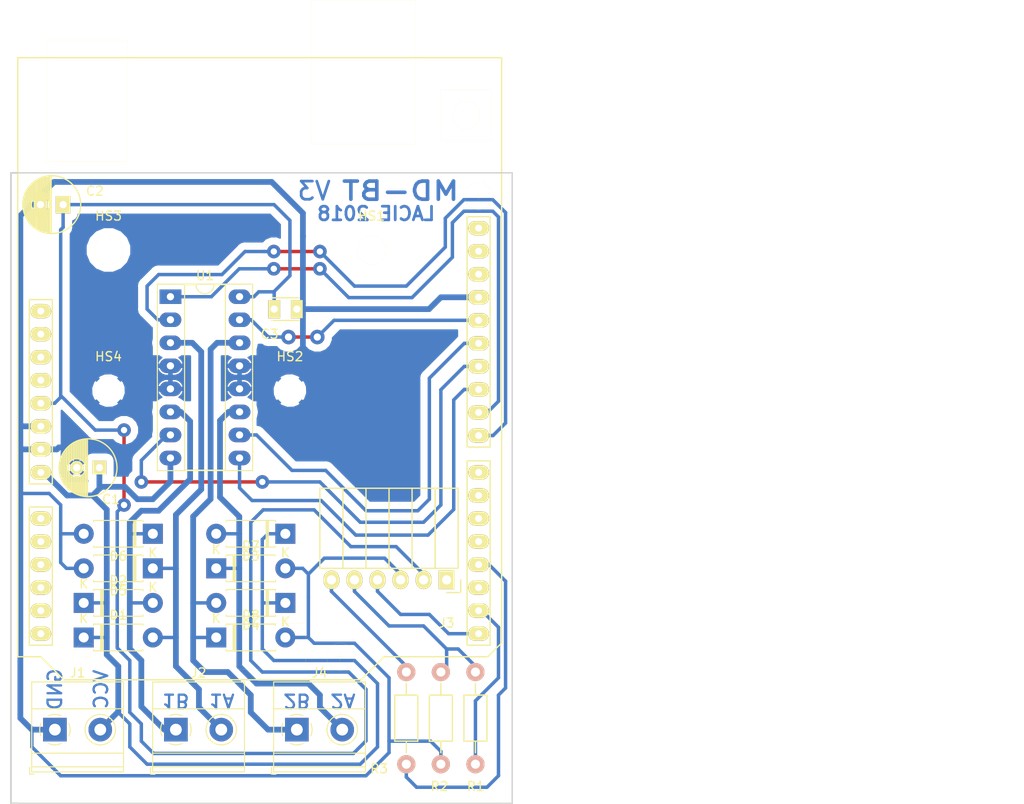
<source format=kicad_pcb>
(kicad_pcb (version 20171130) (host pcbnew 5.0.0-fee4fd1~66~ubuntu16.04.1)

  (general
    (thickness 1.6)
    (drawings 18)
    (tracks 316)
    (zones 0)
    (modules 24)
    (nets 40)
  )

  (page A4 portrait)
  (layers
    (0 F.Cu signal)
    (31 B.Cu signal)
    (32 B.Adhes user)
    (33 F.Adhes user)
    (34 B.Paste user)
    (35 F.Paste user)
    (36 B.SilkS user)
    (37 F.SilkS user hide)
    (38 B.Mask user)
    (39 F.Mask user)
    (40 Dwgs.User user)
    (41 Cmts.User user)
    (42 Eco1.User user)
    (43 Eco2.User user)
    (44 Edge.Cuts user)
    (45 Margin user)
    (46 B.CrtYd user)
    (47 F.CrtYd user)
    (48 B.Fab user)
    (49 F.Fab user)
  )

  (setup
    (last_trace_width 0.381)
    (user_trace_width 0.381)
    (user_trace_width 0.635)
    (trace_clearance 0.4)
    (zone_clearance 0.8)
    (zone_45_only no)
    (trace_min 0.2)
    (segment_width 0.2)
    (edge_width 0.15)
    (via_size 1.5)
    (via_drill 0.7)
    (via_min_size 0.4)
    (via_min_drill 0.3)
    (user_via 1.5 0.7)
    (user_via 1.6 0.8)
    (uvia_size 0.3)
    (uvia_drill 0.1)
    (uvias_allowed no)
    (uvia_min_size 0)
    (uvia_min_drill 0)
    (pcb_text_width 0.3)
    (pcb_text_size 1.5 1.5)
    (mod_edge_width 0.15)
    (mod_text_size 1 1)
    (mod_text_width 0.15)
    (pad_size 1.3 2)
    (pad_drill 0.8)
    (pad_to_mask_clearance 0.2)
    (aux_axis_origin 0 0)
    (grid_origin 50.4825 47.625)
    (visible_elements FFFDFF7F)
    (pcbplotparams
      (layerselection 0x00020_fffffffe)
      (usegerberextensions false)
      (usegerberattributes false)
      (usegerberadvancedattributes false)
      (creategerberjobfile false)
      (excludeedgelayer false)
      (linewidth 0.800000)
      (plotframeref false)
      (viasonmask false)
      (mode 1)
      (useauxorigin false)
      (hpglpennumber 1)
      (hpglpenspeed 20)
      (hpglpendiameter 15.000000)
      (psnegative false)
      (psa4output false)
      (plotreference true)
      (plotvalue true)
      (plotinvisibletext false)
      (padsonsilk false)
      (subtractmaskfromsilk false)
      (outputformat 2)
      (mirror false)
      (drillshape 1)
      (scaleselection 1)
      (outputdirectory ""))
  )

  (net 0 "")
  (net 1 /ME12)
  (net 2 /M1A)
  (net 3 GND)
  (net 4 /M2A)
  (net 5 VCC)
  (net 6 /ME34)
  (net 7 +5V)
  (net 8 /BT_STATE)
  (net 9 /BT_TXD)
  (net 10 "Net-(J3-Pad6)")
  (net 11 /BT_RXD)
  (net 12 "Net-(SH1-PadNC)")
  (net 13 "Net-(SH1-PadRST)")
  (net 14 +3V3)
  (net 15 "Net-(SH1-PadA0)")
  (net 16 "Net-(SH1-PadA4/1)")
  (net 17 "Net-(SH1-PadA5/1)")
  (net 18 "Net-(SH1-PadAREF)")
  (net 19 "Net-(SH1-PadIREF)")
  (net 20 "Net-(SH1-PadA1)")
  (net 21 "Net-(SH1-PadA2)")
  (net 22 "Net-(SH1-PadA3)")
  (net 23 "Net-(SH1-Pad4)")
  (net 24 "Net-(SH1-Pad5)")
  (net 25 "Net-(SH1-Pad6)")
  (net 26 "Net-(SH1-Pad7)")
  (net 27 /M1B)
  (net 28 /M2B)
  (net 29 /1A)
  (net 30 /2A)
  (net 31 /3A)
  (net 32 /4A)
  (net 33 "Net-(SH1-PadA4/2)")
  (net 34 "Net-(SH1-PadA5/2)")
  (net 35 "Net-(HS1-Pad1)")
  (net 36 "Net-(HS3-Pad1)")
  (net 37 "Net-(J3-Pad1)")
  (net 38 "Net-(SH1-Pad2)")
  (net 39 "Net-(J3-Pad5)")

  (net_class Default "This is the default net class."
    (clearance 0.4)
    (trace_width 0.381)
    (via_dia 1.5)
    (via_drill 0.7)
    (uvia_dia 0.3)
    (uvia_drill 0.1)
    (add_net +3V3)
    (add_net +5V)
    (add_net /1A)
    (add_net /2A)
    (add_net /3A)
    (add_net /4A)
    (add_net /BT_RXD)
    (add_net /BT_STATE)
    (add_net /BT_TXD)
    (add_net /M1A)
    (add_net /M1B)
    (add_net /M2A)
    (add_net /M2B)
    (add_net /ME12)
    (add_net /ME34)
    (add_net GND)
    (add_net "Net-(HS1-Pad1)")
    (add_net "Net-(HS3-Pad1)")
    (add_net "Net-(J3-Pad1)")
    (add_net "Net-(J3-Pad5)")
    (add_net "Net-(J3-Pad6)")
    (add_net "Net-(SH1-Pad2)")
    (add_net "Net-(SH1-Pad4)")
    (add_net "Net-(SH1-Pad5)")
    (add_net "Net-(SH1-Pad6)")
    (add_net "Net-(SH1-Pad7)")
    (add_net "Net-(SH1-PadA0)")
    (add_net "Net-(SH1-PadA1)")
    (add_net "Net-(SH1-PadA2)")
    (add_net "Net-(SH1-PadA3)")
    (add_net "Net-(SH1-PadA4/1)")
    (add_net "Net-(SH1-PadA4/2)")
    (add_net "Net-(SH1-PadA5/1)")
    (add_net "Net-(SH1-PadA5/2)")
    (add_net "Net-(SH1-PadAREF)")
    (add_net "Net-(SH1-PadIREF)")
    (add_net "Net-(SH1-PadNC)")
    (add_net "Net-(SH1-PadRST)")
    (add_net VCC)
  )

  (net_class Motor ""
    (clearance 0.4)
    (trace_width 0.635)
    (via_dia 1.5)
    (via_drill 0.7)
    (uvia_dia 0.3)
    (uvia_drill 0.1)
  )

  (module Package_DIP:DIP-16_W7.62mm_Socket_LongPads (layer F.Cu) (tedit 5A02E8C5) (tstamp 59A506E3)
    (at 42.895 32.2875)
    (descr "16-lead though-hole mounted DIP package, row spacing 7.62 mm (300 mils), Socket, LongPads")
    (tags "THT DIP DIL PDIP 2.54mm 7.62mm 300mil Socket LongPads")
    (path /599E187A)
    (fp_text reference U1 (at 3.81 -2.33) (layer F.SilkS)
      (effects (font (size 1 1) (thickness 0.15)))
    )
    (fp_text value L293 (at 3.81 20.11) (layer F.Fab)
      (effects (font (size 1 1) (thickness 0.15)))
    )
    (fp_text user %R (at 3.81 8.89) (layer F.Fab)
      (effects (font (size 1 1) (thickness 0.15)))
    )
    (fp_line (start 9.15 -1.6) (end -1.55 -1.6) (layer F.CrtYd) (width 0.05))
    (fp_line (start 9.15 19.4) (end 9.15 -1.6) (layer F.CrtYd) (width 0.05))
    (fp_line (start -1.55 19.4) (end 9.15 19.4) (layer F.CrtYd) (width 0.05))
    (fp_line (start -1.55 -1.6) (end -1.55 19.4) (layer F.CrtYd) (width 0.05))
    (fp_line (start 9.06 -1.39) (end -1.44 -1.39) (layer F.SilkS) (width 0.12))
    (fp_line (start 9.06 19.17) (end 9.06 -1.39) (layer F.SilkS) (width 0.12))
    (fp_line (start -1.44 19.17) (end 9.06 19.17) (layer F.SilkS) (width 0.12))
    (fp_line (start -1.44 -1.39) (end -1.44 19.17) (layer F.SilkS) (width 0.12))
    (fp_line (start 6.06 -1.33) (end 4.81 -1.33) (layer F.SilkS) (width 0.12))
    (fp_line (start 6.06 19.11) (end 6.06 -1.33) (layer F.SilkS) (width 0.12))
    (fp_line (start 1.56 19.11) (end 6.06 19.11) (layer F.SilkS) (width 0.12))
    (fp_line (start 1.56 -1.33) (end 1.56 19.11) (layer F.SilkS) (width 0.12))
    (fp_line (start 2.81 -1.33) (end 1.56 -1.33) (layer F.SilkS) (width 0.12))
    (fp_line (start 8.89 -1.33) (end -1.27 -1.33) (layer F.Fab) (width 0.1))
    (fp_line (start 8.89 19.11) (end 8.89 -1.33) (layer F.Fab) (width 0.1))
    (fp_line (start -1.27 19.11) (end 8.89 19.11) (layer F.Fab) (width 0.1))
    (fp_line (start -1.27 -1.33) (end -1.27 19.11) (layer F.Fab) (width 0.1))
    (fp_line (start 0.635 -0.27) (end 1.635 -1.27) (layer F.Fab) (width 0.1))
    (fp_line (start 0.635 19.05) (end 0.635 -0.27) (layer F.Fab) (width 0.1))
    (fp_line (start 6.985 19.05) (end 0.635 19.05) (layer F.Fab) (width 0.1))
    (fp_line (start 6.985 -1.27) (end 6.985 19.05) (layer F.Fab) (width 0.1))
    (fp_line (start 1.635 -1.27) (end 6.985 -1.27) (layer F.Fab) (width 0.1))
    (fp_arc (start 3.81 -1.33) (end 2.81 -1.33) (angle -180) (layer F.SilkS) (width 0.12))
    (pad 16 thru_hole oval (at 7.62 0) (size 2.4 1.6) (drill 0.8) (layers *.Cu *.Mask)
      (net 7 +5V))
    (pad 8 thru_hole oval (at 0 17.78) (size 2.4 1.6) (drill 0.8) (layers *.Cu *.Mask)
      (net 5 VCC))
    (pad 15 thru_hole oval (at 7.62 2.54) (size 2.4 1.6) (drill 0.8) (layers *.Cu *.Mask)
      (net 32 /4A))
    (pad 7 thru_hole oval (at 0 15.24) (size 2.4 1.6) (drill 0.8) (layers *.Cu *.Mask)
      (net 30 /2A))
    (pad 14 thru_hole oval (at 7.62 5.08) (size 2.4 1.6) (drill 0.8) (layers *.Cu *.Mask)
      (net 28 /M2B))
    (pad 6 thru_hole oval (at 0 12.7) (size 2.4 1.6) (drill 0.8) (layers *.Cu *.Mask)
      (net 27 /M1B))
    (pad 13 thru_hole oval (at 7.62 7.62) (size 2.4 1.6) (drill 0.8) (layers *.Cu *.Mask)
      (net 3 GND))
    (pad 5 thru_hole oval (at 0 10.16) (size 2.4 1.6) (drill 0.8) (layers *.Cu *.Mask)
      (net 3 GND))
    (pad 12 thru_hole oval (at 7.62 10.16) (size 2.4 1.6) (drill 0.8) (layers *.Cu *.Mask)
      (net 3 GND))
    (pad 4 thru_hole oval (at 0 7.62) (size 2.4 1.6) (drill 0.8) (layers *.Cu *.Mask)
      (net 3 GND))
    (pad 11 thru_hole oval (at 7.62 12.7) (size 2.4 1.6) (drill 0.8) (layers *.Cu *.Mask)
      (net 4 /M2A))
    (pad 3 thru_hole oval (at 0 5.08) (size 2.4 1.6) (drill 0.8) (layers *.Cu *.Mask)
      (net 2 /M1A))
    (pad 10 thru_hole oval (at 7.62 15.24) (size 2.4 1.6) (drill 0.8) (layers *.Cu *.Mask)
      (net 31 /3A))
    (pad 2 thru_hole oval (at 0 2.54) (size 2.4 1.6) (drill 0.8) (layers *.Cu *.Mask)
      (net 29 /1A))
    (pad 9 thru_hole oval (at 7.62 17.78) (size 2.4 1.6) (drill 0.8) (layers *.Cu *.Mask)
      (net 6 /ME34))
    (pad 1 thru_hole rect (at 0 0) (size 2.4 1.6) (drill 0.8) (layers *.Cu *.Mask)
      (net 1 /ME12))
    (model ${KISYS3DMOD}/Package_DIP.3dshapes/DIP-16_W7.62mm_Socket.wrl
      (at (xyz 0 0 0))
      (scale (xyz 1 1 1))
      (rotate (xyz 0 0 0))
    )
  )

  (module Diode_THT:D_DO-41_SOD81_P7.62mm_Horizontal (layer F.Cu) (tedit 5AE50CD5) (tstamp 5BE3C8D9)
    (at 55.5625 58.42 180)
    (descr "Diode, DO-41_SOD81 series, Axial, Horizontal, pin pitch=7.62mm, , length*diameter=5.2*2.7mm^2, , http://www.diodes.com/_files/packages/DO-41%20(Plastic).pdf")
    (tags "Diode DO-41_SOD81 series Axial Horizontal pin pitch 7.62mm  length 5.2mm diameter 2.7mm")
    (path /59A3BC17)
    (fp_text reference D3 (at 3.81 -2.47 180) (layer F.SilkS)
      (effects (font (size 1 1) (thickness 0.15)))
    )
    (fp_text value 1N5819 (at 3.81 2.47 180) (layer F.Fab)
      (effects (font (size 1 1) (thickness 0.15)))
    )
    (fp_text user K (at 0 -2.1 180) (layer F.SilkS)
      (effects (font (size 1 1) (thickness 0.15)))
    )
    (fp_text user K (at 0 -2.1 180) (layer F.Fab)
      (effects (font (size 1 1) (thickness 0.15)))
    )
    (fp_text user %R (at 4.2 0 180) (layer F.Fab)
      (effects (font (size 1 1) (thickness 0.15)))
    )
    (fp_line (start 8.97 -1.6) (end -1.35 -1.6) (layer F.CrtYd) (width 0.05))
    (fp_line (start 8.97 1.6) (end 8.97 -1.6) (layer F.CrtYd) (width 0.05))
    (fp_line (start -1.35 1.6) (end 8.97 1.6) (layer F.CrtYd) (width 0.05))
    (fp_line (start -1.35 -1.6) (end -1.35 1.6) (layer F.CrtYd) (width 0.05))
    (fp_line (start 1.87 -1.47) (end 1.87 1.47) (layer F.SilkS) (width 0.12))
    (fp_line (start 2.11 -1.47) (end 2.11 1.47) (layer F.SilkS) (width 0.12))
    (fp_line (start 1.99 -1.47) (end 1.99 1.47) (layer F.SilkS) (width 0.12))
    (fp_line (start 6.53 1.47) (end 6.53 1.34) (layer F.SilkS) (width 0.12))
    (fp_line (start 1.09 1.47) (end 6.53 1.47) (layer F.SilkS) (width 0.12))
    (fp_line (start 1.09 1.34) (end 1.09 1.47) (layer F.SilkS) (width 0.12))
    (fp_line (start 6.53 -1.47) (end 6.53 -1.34) (layer F.SilkS) (width 0.12))
    (fp_line (start 1.09 -1.47) (end 6.53 -1.47) (layer F.SilkS) (width 0.12))
    (fp_line (start 1.09 -1.34) (end 1.09 -1.47) (layer F.SilkS) (width 0.12))
    (fp_line (start 1.89 -1.35) (end 1.89 1.35) (layer F.Fab) (width 0.1))
    (fp_line (start 2.09 -1.35) (end 2.09 1.35) (layer F.Fab) (width 0.1))
    (fp_line (start 1.99 -1.35) (end 1.99 1.35) (layer F.Fab) (width 0.1))
    (fp_line (start 7.62 0) (end 6.41 0) (layer F.Fab) (width 0.1))
    (fp_line (start 0 0) (end 1.21 0) (layer F.Fab) (width 0.1))
    (fp_line (start 6.41 -1.35) (end 1.21 -1.35) (layer F.Fab) (width 0.1))
    (fp_line (start 6.41 1.35) (end 6.41 -1.35) (layer F.Fab) (width 0.1))
    (fp_line (start 1.21 1.35) (end 6.41 1.35) (layer F.Fab) (width 0.1))
    (fp_line (start 1.21 -1.35) (end 1.21 1.35) (layer F.Fab) (width 0.1))
    (pad 2 thru_hole oval (at 7.62 0 180) (size 2.2 2.2) (drill 1.1) (layers *.Cu *.Mask)
      (net 4 /M2A))
    (pad 1 thru_hole rect (at 0 0 180) (size 2.2 2.2) (drill 1.1) (layers *.Cu *.Mask)
      (net 5 VCC))
    (model ${KISYS3DMOD}/Diode_THT.3dshapes/D_DO-41_SOD81_P7.62mm_Horizontal.wrl
      (at (xyz 0 0 0))
      (scale (xyz 1 1 1))
      (rotate (xyz 0 0 0))
    )
  )

  (module Diode_THT:D_DO-41_SOD81_P7.62mm_Horizontal (layer F.Cu) (tedit 5AE50CD5) (tstamp 5BE37C34)
    (at 47.9425 62.23)
    (descr "Diode, DO-41_SOD81 series, Axial, Horizontal, pin pitch=7.62mm, , length*diameter=5.2*2.7mm^2, , http://www.diodes.com/_files/packages/DO-41%20(Plastic).pdf")
    (tags "Diode DO-41_SOD81 series Axial Horizontal pin pitch 7.62mm  length 5.2mm diameter 2.7mm")
    (path /59A3B6E7)
    (fp_text reference D7 (at 3.81 -2.47) (layer F.SilkS)
      (effects (font (size 1 1) (thickness 0.15)))
    )
    (fp_text value 1N5819 (at 3.81 2.47) (layer F.Fab)
      (effects (font (size 1 1) (thickness 0.15)))
    )
    (fp_text user K (at 0 -2.1) (layer F.SilkS)
      (effects (font (size 1 1) (thickness 0.15)))
    )
    (fp_text user K (at 0 -2.1) (layer F.Fab)
      (effects (font (size 1 1) (thickness 0.15)))
    )
    (fp_text user %R (at 4.2 0) (layer F.Fab)
      (effects (font (size 1 1) (thickness 0.15)))
    )
    (fp_line (start 8.97 -1.6) (end -1.35 -1.6) (layer F.CrtYd) (width 0.05))
    (fp_line (start 8.97 1.6) (end 8.97 -1.6) (layer F.CrtYd) (width 0.05))
    (fp_line (start -1.35 1.6) (end 8.97 1.6) (layer F.CrtYd) (width 0.05))
    (fp_line (start -1.35 -1.6) (end -1.35 1.6) (layer F.CrtYd) (width 0.05))
    (fp_line (start 1.87 -1.47) (end 1.87 1.47) (layer F.SilkS) (width 0.12))
    (fp_line (start 2.11 -1.47) (end 2.11 1.47) (layer F.SilkS) (width 0.12))
    (fp_line (start 1.99 -1.47) (end 1.99 1.47) (layer F.SilkS) (width 0.12))
    (fp_line (start 6.53 1.47) (end 6.53 1.34) (layer F.SilkS) (width 0.12))
    (fp_line (start 1.09 1.47) (end 6.53 1.47) (layer F.SilkS) (width 0.12))
    (fp_line (start 1.09 1.34) (end 1.09 1.47) (layer F.SilkS) (width 0.12))
    (fp_line (start 6.53 -1.47) (end 6.53 -1.34) (layer F.SilkS) (width 0.12))
    (fp_line (start 1.09 -1.47) (end 6.53 -1.47) (layer F.SilkS) (width 0.12))
    (fp_line (start 1.09 -1.34) (end 1.09 -1.47) (layer F.SilkS) (width 0.12))
    (fp_line (start 1.89 -1.35) (end 1.89 1.35) (layer F.Fab) (width 0.1))
    (fp_line (start 2.09 -1.35) (end 2.09 1.35) (layer F.Fab) (width 0.1))
    (fp_line (start 1.99 -1.35) (end 1.99 1.35) (layer F.Fab) (width 0.1))
    (fp_line (start 7.62 0) (end 6.41 0) (layer F.Fab) (width 0.1))
    (fp_line (start 0 0) (end 1.21 0) (layer F.Fab) (width 0.1))
    (fp_line (start 6.41 -1.35) (end 1.21 -1.35) (layer F.Fab) (width 0.1))
    (fp_line (start 6.41 1.35) (end 6.41 -1.35) (layer F.Fab) (width 0.1))
    (fp_line (start 1.21 1.35) (end 6.41 1.35) (layer F.Fab) (width 0.1))
    (fp_line (start 1.21 -1.35) (end 1.21 1.35) (layer F.Fab) (width 0.1))
    (pad 2 thru_hole oval (at 7.62 0) (size 2.2 2.2) (drill 1.1) (layers *.Cu *.Mask)
      (net 3 GND))
    (pad 1 thru_hole rect (at 0 0) (size 2.2 2.2) (drill 1.1) (layers *.Cu *.Mask)
      (net 4 /M2A))
    (model ${KISYS3DMOD}/Diode_THT.3dshapes/D_DO-41_SOD81_P7.62mm_Horizontal.wrl
      (at (xyz 0 0 0))
      (scale (xyz 1 1 1))
      (rotate (xyz 0 0 0))
    )
  )

  (module Diode_THT:D_DO-41_SOD81_P7.62mm_Horizontal (layer F.Cu) (tedit 5AE50CD5) (tstamp 5BE378B4)
    (at 47.9425 69.85)
    (descr "Diode, DO-41_SOD81 series, Axial, Horizontal, pin pitch=7.62mm, , length*diameter=5.2*2.7mm^2, , http://www.diodes.com/_files/packages/DO-41%20(Plastic).pdf")
    (tags "Diode DO-41_SOD81 series Axial Horizontal pin pitch 7.62mm  length 5.2mm diameter 2.7mm")
    (path /59A3B6ED)
    (fp_text reference D8 (at 3.81 -2.47) (layer F.SilkS)
      (effects (font (size 1 1) (thickness 0.15)))
    )
    (fp_text value 1N5819 (at 3.81 2.47) (layer F.Fab)
      (effects (font (size 1 1) (thickness 0.15)))
    )
    (fp_text user K (at 0 -2.1) (layer F.SilkS)
      (effects (font (size 1 1) (thickness 0.15)))
    )
    (fp_text user K (at 0 -2.1) (layer F.Fab)
      (effects (font (size 1 1) (thickness 0.15)))
    )
    (fp_text user %R (at 4.2 0) (layer F.Fab)
      (effects (font (size 1 1) (thickness 0.15)))
    )
    (fp_line (start 8.97 -1.6) (end -1.35 -1.6) (layer F.CrtYd) (width 0.05))
    (fp_line (start 8.97 1.6) (end 8.97 -1.6) (layer F.CrtYd) (width 0.05))
    (fp_line (start -1.35 1.6) (end 8.97 1.6) (layer F.CrtYd) (width 0.05))
    (fp_line (start -1.35 -1.6) (end -1.35 1.6) (layer F.CrtYd) (width 0.05))
    (fp_line (start 1.87 -1.47) (end 1.87 1.47) (layer F.SilkS) (width 0.12))
    (fp_line (start 2.11 -1.47) (end 2.11 1.47) (layer F.SilkS) (width 0.12))
    (fp_line (start 1.99 -1.47) (end 1.99 1.47) (layer F.SilkS) (width 0.12))
    (fp_line (start 6.53 1.47) (end 6.53 1.34) (layer F.SilkS) (width 0.12))
    (fp_line (start 1.09 1.47) (end 6.53 1.47) (layer F.SilkS) (width 0.12))
    (fp_line (start 1.09 1.34) (end 1.09 1.47) (layer F.SilkS) (width 0.12))
    (fp_line (start 6.53 -1.47) (end 6.53 -1.34) (layer F.SilkS) (width 0.12))
    (fp_line (start 1.09 -1.47) (end 6.53 -1.47) (layer F.SilkS) (width 0.12))
    (fp_line (start 1.09 -1.34) (end 1.09 -1.47) (layer F.SilkS) (width 0.12))
    (fp_line (start 1.89 -1.35) (end 1.89 1.35) (layer F.Fab) (width 0.1))
    (fp_line (start 2.09 -1.35) (end 2.09 1.35) (layer F.Fab) (width 0.1))
    (fp_line (start 1.99 -1.35) (end 1.99 1.35) (layer F.Fab) (width 0.1))
    (fp_line (start 7.62 0) (end 6.41 0) (layer F.Fab) (width 0.1))
    (fp_line (start 0 0) (end 1.21 0) (layer F.Fab) (width 0.1))
    (fp_line (start 6.41 -1.35) (end 1.21 -1.35) (layer F.Fab) (width 0.1))
    (fp_line (start 6.41 1.35) (end 6.41 -1.35) (layer F.Fab) (width 0.1))
    (fp_line (start 1.21 1.35) (end 6.41 1.35) (layer F.Fab) (width 0.1))
    (fp_line (start 1.21 -1.35) (end 1.21 1.35) (layer F.Fab) (width 0.1))
    (pad 2 thru_hole oval (at 7.62 0) (size 2.2 2.2) (drill 1.1) (layers *.Cu *.Mask)
      (net 3 GND))
    (pad 1 thru_hole rect (at 0 0) (size 2.2 2.2) (drill 1.1) (layers *.Cu *.Mask)
      (net 28 /M2B))
    (model ${KISYS3DMOD}/Diode_THT.3dshapes/D_DO-41_SOD81_P7.62mm_Horizontal.wrl
      (at (xyz 0 0 0))
      (scale (xyz 1 1 1))
      (rotate (xyz 0 0 0))
    )
  )

  (module Diode_THT:D_DO-41_SOD81_P7.62mm_Horizontal (layer F.Cu) (tedit 5AE50CD5) (tstamp 5BE3C592)
    (at 55.5625 66.04 180)
    (descr "Diode, DO-41_SOD81 series, Axial, Horizontal, pin pitch=7.62mm, , length*diameter=5.2*2.7mm^2, , http://www.diodes.com/_files/packages/DO-41%20(Plastic).pdf")
    (tags "Diode DO-41_SOD81 series Axial Horizontal pin pitch 7.62mm  length 5.2mm diameter 2.7mm")
    (path /59A3BC1D)
    (fp_text reference D4 (at 3.81 -2.47 180) (layer F.SilkS)
      (effects (font (size 1 1) (thickness 0.15)))
    )
    (fp_text value 1N5819 (at 3.81 2.47 180) (layer F.Fab)
      (effects (font (size 1 1) (thickness 0.15)))
    )
    (fp_text user K (at 0 -2.1 180) (layer F.SilkS)
      (effects (font (size 1 1) (thickness 0.15)))
    )
    (fp_text user K (at 0 -2.1 180) (layer F.Fab)
      (effects (font (size 1 1) (thickness 0.15)))
    )
    (fp_text user %R (at 4.2 0 180) (layer F.Fab)
      (effects (font (size 1 1) (thickness 0.15)))
    )
    (fp_line (start 8.97 -1.6) (end -1.35 -1.6) (layer F.CrtYd) (width 0.05))
    (fp_line (start 8.97 1.6) (end 8.97 -1.6) (layer F.CrtYd) (width 0.05))
    (fp_line (start -1.35 1.6) (end 8.97 1.6) (layer F.CrtYd) (width 0.05))
    (fp_line (start -1.35 -1.6) (end -1.35 1.6) (layer F.CrtYd) (width 0.05))
    (fp_line (start 1.87 -1.47) (end 1.87 1.47) (layer F.SilkS) (width 0.12))
    (fp_line (start 2.11 -1.47) (end 2.11 1.47) (layer F.SilkS) (width 0.12))
    (fp_line (start 1.99 -1.47) (end 1.99 1.47) (layer F.SilkS) (width 0.12))
    (fp_line (start 6.53 1.47) (end 6.53 1.34) (layer F.SilkS) (width 0.12))
    (fp_line (start 1.09 1.47) (end 6.53 1.47) (layer F.SilkS) (width 0.12))
    (fp_line (start 1.09 1.34) (end 1.09 1.47) (layer F.SilkS) (width 0.12))
    (fp_line (start 6.53 -1.47) (end 6.53 -1.34) (layer F.SilkS) (width 0.12))
    (fp_line (start 1.09 -1.47) (end 6.53 -1.47) (layer F.SilkS) (width 0.12))
    (fp_line (start 1.09 -1.34) (end 1.09 -1.47) (layer F.SilkS) (width 0.12))
    (fp_line (start 1.89 -1.35) (end 1.89 1.35) (layer F.Fab) (width 0.1))
    (fp_line (start 2.09 -1.35) (end 2.09 1.35) (layer F.Fab) (width 0.1))
    (fp_line (start 1.99 -1.35) (end 1.99 1.35) (layer F.Fab) (width 0.1))
    (fp_line (start 7.62 0) (end 6.41 0) (layer F.Fab) (width 0.1))
    (fp_line (start 0 0) (end 1.21 0) (layer F.Fab) (width 0.1))
    (fp_line (start 6.41 -1.35) (end 1.21 -1.35) (layer F.Fab) (width 0.1))
    (fp_line (start 6.41 1.35) (end 6.41 -1.35) (layer F.Fab) (width 0.1))
    (fp_line (start 1.21 1.35) (end 6.41 1.35) (layer F.Fab) (width 0.1))
    (fp_line (start 1.21 -1.35) (end 1.21 1.35) (layer F.Fab) (width 0.1))
    (pad 2 thru_hole oval (at 7.62 0 180) (size 2.2 2.2) (drill 1.1) (layers *.Cu *.Mask)
      (net 28 /M2B))
    (pad 1 thru_hole rect (at 0 0 180) (size 2.2 2.2) (drill 1.1) (layers *.Cu *.Mask)
      (net 5 VCC))
    (model ${KISYS3DMOD}/Diode_THT.3dshapes/D_DO-41_SOD81_P7.62mm_Horizontal.wrl
      (at (xyz 0 0 0))
      (scale (xyz 1 1 1))
      (rotate (xyz 0 0 0))
    )
  )

  (module Diode_THT:D_DO-41_SOD81_P7.62mm_Horizontal (layer F.Cu) (tedit 5AE50CD5) (tstamp 5BE3C05E)
    (at 40.9575 58.42 180)
    (descr "Diode, DO-41_SOD81 series, Axial, Horizontal, pin pitch=7.62mm, , length*diameter=5.2*2.7mm^2, , http://www.diodes.com/_files/packages/DO-41%20(Plastic).pdf")
    (tags "Diode DO-41_SOD81 series Axial Horizontal pin pitch 7.62mm  length 5.2mm diameter 2.7mm")
    (path /599E27F3)
    (fp_text reference D6 (at 3.81 -2.47 180) (layer F.SilkS)
      (effects (font (size 1 1) (thickness 0.15)))
    )
    (fp_text value 1N5819 (at 3.81 2.47 180) (layer F.Fab)
      (effects (font (size 1 1) (thickness 0.15)))
    )
    (fp_text user K (at 0 -2.1 180) (layer F.SilkS)
      (effects (font (size 1 1) (thickness 0.15)))
    )
    (fp_text user K (at 0 -2.1 180) (layer F.Fab)
      (effects (font (size 1 1) (thickness 0.15)))
    )
    (fp_text user %R (at 4.2 0 180) (layer F.Fab)
      (effects (font (size 1 1) (thickness 0.15)))
    )
    (fp_line (start 8.97 -1.6) (end -1.35 -1.6) (layer F.CrtYd) (width 0.05))
    (fp_line (start 8.97 1.6) (end 8.97 -1.6) (layer F.CrtYd) (width 0.05))
    (fp_line (start -1.35 1.6) (end 8.97 1.6) (layer F.CrtYd) (width 0.05))
    (fp_line (start -1.35 -1.6) (end -1.35 1.6) (layer F.CrtYd) (width 0.05))
    (fp_line (start 1.87 -1.47) (end 1.87 1.47) (layer F.SilkS) (width 0.12))
    (fp_line (start 2.11 -1.47) (end 2.11 1.47) (layer F.SilkS) (width 0.12))
    (fp_line (start 1.99 -1.47) (end 1.99 1.47) (layer F.SilkS) (width 0.12))
    (fp_line (start 6.53 1.47) (end 6.53 1.34) (layer F.SilkS) (width 0.12))
    (fp_line (start 1.09 1.47) (end 6.53 1.47) (layer F.SilkS) (width 0.12))
    (fp_line (start 1.09 1.34) (end 1.09 1.47) (layer F.SilkS) (width 0.12))
    (fp_line (start 6.53 -1.47) (end 6.53 -1.34) (layer F.SilkS) (width 0.12))
    (fp_line (start 1.09 -1.47) (end 6.53 -1.47) (layer F.SilkS) (width 0.12))
    (fp_line (start 1.09 -1.34) (end 1.09 -1.47) (layer F.SilkS) (width 0.12))
    (fp_line (start 1.89 -1.35) (end 1.89 1.35) (layer F.Fab) (width 0.1))
    (fp_line (start 2.09 -1.35) (end 2.09 1.35) (layer F.Fab) (width 0.1))
    (fp_line (start 1.99 -1.35) (end 1.99 1.35) (layer F.Fab) (width 0.1))
    (fp_line (start 7.62 0) (end 6.41 0) (layer F.Fab) (width 0.1))
    (fp_line (start 0 0) (end 1.21 0) (layer F.Fab) (width 0.1))
    (fp_line (start 6.41 -1.35) (end 1.21 -1.35) (layer F.Fab) (width 0.1))
    (fp_line (start 6.41 1.35) (end 6.41 -1.35) (layer F.Fab) (width 0.1))
    (fp_line (start 1.21 1.35) (end 6.41 1.35) (layer F.Fab) (width 0.1))
    (fp_line (start 1.21 -1.35) (end 1.21 1.35) (layer F.Fab) (width 0.1))
    (pad 2 thru_hole oval (at 7.62 0 180) (size 2.2 2.2) (drill 1.1) (layers *.Cu *.Mask)
      (net 3 GND))
    (pad 1 thru_hole rect (at 0 0 180) (size 2.2 2.2) (drill 1.1) (layers *.Cu *.Mask)
      (net 27 /M1B))
    (model ${KISYS3DMOD}/Diode_THT.3dshapes/D_DO-41_SOD81_P7.62mm_Horizontal.wrl
      (at (xyz 0 0 0))
      (scale (xyz 1 1 1))
      (rotate (xyz 0 0 0))
    )
  )

  (module Diode_THT:D_DO-41_SOD81_P7.62mm_Horizontal (layer F.Cu) (tedit 5AE50CD5) (tstamp 5BE3C285)
    (at 40.9575 62.23 180)
    (descr "Diode, DO-41_SOD81 series, Axial, Horizontal, pin pitch=7.62mm, , length*diameter=5.2*2.7mm^2, , http://www.diodes.com/_files/packages/DO-41%20(Plastic).pdf")
    (tags "Diode DO-41_SOD81 series Axial Horizontal pin pitch 7.62mm  length 5.2mm diameter 2.7mm")
    (path /599E27ED)
    (fp_text reference D5 (at 3.81 -2.47 180) (layer F.SilkS)
      (effects (font (size 1 1) (thickness 0.15)))
    )
    (fp_text value 1N5819 (at 3.81 2.47 180) (layer F.Fab)
      (effects (font (size 1 1) (thickness 0.15)))
    )
    (fp_text user K (at 0 -2.1 180) (layer F.SilkS)
      (effects (font (size 1 1) (thickness 0.15)))
    )
    (fp_text user K (at 0 -2.1 180) (layer F.Fab)
      (effects (font (size 1 1) (thickness 0.15)))
    )
    (fp_text user %R (at 4.2 0 180) (layer F.Fab)
      (effects (font (size 1 1) (thickness 0.15)))
    )
    (fp_line (start 8.97 -1.6) (end -1.35 -1.6) (layer F.CrtYd) (width 0.05))
    (fp_line (start 8.97 1.6) (end 8.97 -1.6) (layer F.CrtYd) (width 0.05))
    (fp_line (start -1.35 1.6) (end 8.97 1.6) (layer F.CrtYd) (width 0.05))
    (fp_line (start -1.35 -1.6) (end -1.35 1.6) (layer F.CrtYd) (width 0.05))
    (fp_line (start 1.87 -1.47) (end 1.87 1.47) (layer F.SilkS) (width 0.12))
    (fp_line (start 2.11 -1.47) (end 2.11 1.47) (layer F.SilkS) (width 0.12))
    (fp_line (start 1.99 -1.47) (end 1.99 1.47) (layer F.SilkS) (width 0.12))
    (fp_line (start 6.53 1.47) (end 6.53 1.34) (layer F.SilkS) (width 0.12))
    (fp_line (start 1.09 1.47) (end 6.53 1.47) (layer F.SilkS) (width 0.12))
    (fp_line (start 1.09 1.34) (end 1.09 1.47) (layer F.SilkS) (width 0.12))
    (fp_line (start 6.53 -1.47) (end 6.53 -1.34) (layer F.SilkS) (width 0.12))
    (fp_line (start 1.09 -1.47) (end 6.53 -1.47) (layer F.SilkS) (width 0.12))
    (fp_line (start 1.09 -1.34) (end 1.09 -1.47) (layer F.SilkS) (width 0.12))
    (fp_line (start 1.89 -1.35) (end 1.89 1.35) (layer F.Fab) (width 0.1))
    (fp_line (start 2.09 -1.35) (end 2.09 1.35) (layer F.Fab) (width 0.1))
    (fp_line (start 1.99 -1.35) (end 1.99 1.35) (layer F.Fab) (width 0.1))
    (fp_line (start 7.62 0) (end 6.41 0) (layer F.Fab) (width 0.1))
    (fp_line (start 0 0) (end 1.21 0) (layer F.Fab) (width 0.1))
    (fp_line (start 6.41 -1.35) (end 1.21 -1.35) (layer F.Fab) (width 0.1))
    (fp_line (start 6.41 1.35) (end 6.41 -1.35) (layer F.Fab) (width 0.1))
    (fp_line (start 1.21 1.35) (end 6.41 1.35) (layer F.Fab) (width 0.1))
    (fp_line (start 1.21 -1.35) (end 1.21 1.35) (layer F.Fab) (width 0.1))
    (pad 2 thru_hole oval (at 7.62 0 180) (size 2.2 2.2) (drill 1.1) (layers *.Cu *.Mask)
      (net 3 GND))
    (pad 1 thru_hole rect (at 0 0 180) (size 2.2 2.2) (drill 1.1) (layers *.Cu *.Mask)
      (net 2 /M1A))
    (model ${KISYS3DMOD}/Diode_THT.3dshapes/D_DO-41_SOD81_P7.62mm_Horizontal.wrl
      (at (xyz 0 0 0))
      (scale (xyz 1 1 1))
      (rotate (xyz 0 0 0))
    )
  )

  (module Diode_THT:D_DO-41_SOD81_P7.62mm_Horizontal (layer F.Cu) (tedit 5AE50CD5) (tstamp 5BE3C3FD)
    (at 33.3375 69.85)
    (descr "Diode, DO-41_SOD81 series, Axial, Horizontal, pin pitch=7.62mm, , length*diameter=5.2*2.7mm^2, , http://www.diodes.com/_files/packages/DO-41%20(Plastic).pdf")
    (tags "Diode DO-41_SOD81 series Axial Horizontal pin pitch 7.62mm  length 5.2mm diameter 2.7mm")
    (path /59A3BC0B)
    (fp_text reference D1 (at 3.81 -2.47) (layer F.SilkS)
      (effects (font (size 1 1) (thickness 0.15)))
    )
    (fp_text value 1N5819 (at 3.81 2.47) (layer F.Fab)
      (effects (font (size 1 1) (thickness 0.15)))
    )
    (fp_text user K (at 0 -2.1) (layer F.SilkS)
      (effects (font (size 1 1) (thickness 0.15)))
    )
    (fp_text user K (at 0 -2.1) (layer F.Fab)
      (effects (font (size 1 1) (thickness 0.15)))
    )
    (fp_text user %R (at 4.2 0) (layer F.Fab)
      (effects (font (size 1 1) (thickness 0.15)))
    )
    (fp_line (start 8.97 -1.6) (end -1.35 -1.6) (layer F.CrtYd) (width 0.05))
    (fp_line (start 8.97 1.6) (end 8.97 -1.6) (layer F.CrtYd) (width 0.05))
    (fp_line (start -1.35 1.6) (end 8.97 1.6) (layer F.CrtYd) (width 0.05))
    (fp_line (start -1.35 -1.6) (end -1.35 1.6) (layer F.CrtYd) (width 0.05))
    (fp_line (start 1.87 -1.47) (end 1.87 1.47) (layer F.SilkS) (width 0.12))
    (fp_line (start 2.11 -1.47) (end 2.11 1.47) (layer F.SilkS) (width 0.12))
    (fp_line (start 1.99 -1.47) (end 1.99 1.47) (layer F.SilkS) (width 0.12))
    (fp_line (start 6.53 1.47) (end 6.53 1.34) (layer F.SilkS) (width 0.12))
    (fp_line (start 1.09 1.47) (end 6.53 1.47) (layer F.SilkS) (width 0.12))
    (fp_line (start 1.09 1.34) (end 1.09 1.47) (layer F.SilkS) (width 0.12))
    (fp_line (start 6.53 -1.47) (end 6.53 -1.34) (layer F.SilkS) (width 0.12))
    (fp_line (start 1.09 -1.47) (end 6.53 -1.47) (layer F.SilkS) (width 0.12))
    (fp_line (start 1.09 -1.34) (end 1.09 -1.47) (layer F.SilkS) (width 0.12))
    (fp_line (start 1.89 -1.35) (end 1.89 1.35) (layer F.Fab) (width 0.1))
    (fp_line (start 2.09 -1.35) (end 2.09 1.35) (layer F.Fab) (width 0.1))
    (fp_line (start 1.99 -1.35) (end 1.99 1.35) (layer F.Fab) (width 0.1))
    (fp_line (start 7.62 0) (end 6.41 0) (layer F.Fab) (width 0.1))
    (fp_line (start 0 0) (end 1.21 0) (layer F.Fab) (width 0.1))
    (fp_line (start 6.41 -1.35) (end 1.21 -1.35) (layer F.Fab) (width 0.1))
    (fp_line (start 6.41 1.35) (end 6.41 -1.35) (layer F.Fab) (width 0.1))
    (fp_line (start 1.21 1.35) (end 6.41 1.35) (layer F.Fab) (width 0.1))
    (fp_line (start 1.21 -1.35) (end 1.21 1.35) (layer F.Fab) (width 0.1))
    (pad 2 thru_hole oval (at 7.62 0) (size 2.2 2.2) (drill 1.1) (layers *.Cu *.Mask)
      (net 2 /M1A))
    (pad 1 thru_hole rect (at 0 0) (size 2.2 2.2) (drill 1.1) (layers *.Cu *.Mask)
      (net 5 VCC))
    (model ${KISYS3DMOD}/Diode_THT.3dshapes/D_DO-41_SOD81_P7.62mm_Horizontal.wrl
      (at (xyz 0 0 0))
      (scale (xyz 1 1 1))
      (rotate (xyz 0 0 0))
    )
  )

  (module Diode_THT:D_DO-41_SOD81_P7.62mm_Horizontal (layer F.Cu) (tedit 5AE50CD5) (tstamp 5BE3C495)
    (at 33.3375 66.04)
    (descr "Diode, DO-41_SOD81 series, Axial, Horizontal, pin pitch=7.62mm, , length*diameter=5.2*2.7mm^2, , http://www.diodes.com/_files/packages/DO-41%20(Plastic).pdf")
    (tags "Diode DO-41_SOD81 series Axial Horizontal pin pitch 7.62mm  length 5.2mm diameter 2.7mm")
    (path /59A3BC11)
    (fp_text reference D2 (at 3.81 -2.47) (layer F.SilkS)
      (effects (font (size 1 1) (thickness 0.15)))
    )
    (fp_text value 1N5819 (at 3.81 2.47) (layer F.Fab)
      (effects (font (size 1 1) (thickness 0.15)))
    )
    (fp_text user K (at 0 -2.1) (layer F.SilkS)
      (effects (font (size 1 1) (thickness 0.15)))
    )
    (fp_text user K (at 0 -2.1) (layer F.Fab)
      (effects (font (size 1 1) (thickness 0.15)))
    )
    (fp_text user %R (at 4.2 0) (layer F.Fab)
      (effects (font (size 1 1) (thickness 0.15)))
    )
    (fp_line (start 8.97 -1.6) (end -1.35 -1.6) (layer F.CrtYd) (width 0.05))
    (fp_line (start 8.97 1.6) (end 8.97 -1.6) (layer F.CrtYd) (width 0.05))
    (fp_line (start -1.35 1.6) (end 8.97 1.6) (layer F.CrtYd) (width 0.05))
    (fp_line (start -1.35 -1.6) (end -1.35 1.6) (layer F.CrtYd) (width 0.05))
    (fp_line (start 1.87 -1.47) (end 1.87 1.47) (layer F.SilkS) (width 0.12))
    (fp_line (start 2.11 -1.47) (end 2.11 1.47) (layer F.SilkS) (width 0.12))
    (fp_line (start 1.99 -1.47) (end 1.99 1.47) (layer F.SilkS) (width 0.12))
    (fp_line (start 6.53 1.47) (end 6.53 1.34) (layer F.SilkS) (width 0.12))
    (fp_line (start 1.09 1.47) (end 6.53 1.47) (layer F.SilkS) (width 0.12))
    (fp_line (start 1.09 1.34) (end 1.09 1.47) (layer F.SilkS) (width 0.12))
    (fp_line (start 6.53 -1.47) (end 6.53 -1.34) (layer F.SilkS) (width 0.12))
    (fp_line (start 1.09 -1.47) (end 6.53 -1.47) (layer F.SilkS) (width 0.12))
    (fp_line (start 1.09 -1.34) (end 1.09 -1.47) (layer F.SilkS) (width 0.12))
    (fp_line (start 1.89 -1.35) (end 1.89 1.35) (layer F.Fab) (width 0.1))
    (fp_line (start 2.09 -1.35) (end 2.09 1.35) (layer F.Fab) (width 0.1))
    (fp_line (start 1.99 -1.35) (end 1.99 1.35) (layer F.Fab) (width 0.1))
    (fp_line (start 7.62 0) (end 6.41 0) (layer F.Fab) (width 0.1))
    (fp_line (start 0 0) (end 1.21 0) (layer F.Fab) (width 0.1))
    (fp_line (start 6.41 -1.35) (end 1.21 -1.35) (layer F.Fab) (width 0.1))
    (fp_line (start 6.41 1.35) (end 6.41 -1.35) (layer F.Fab) (width 0.1))
    (fp_line (start 1.21 1.35) (end 6.41 1.35) (layer F.Fab) (width 0.1))
    (fp_line (start 1.21 -1.35) (end 1.21 1.35) (layer F.Fab) (width 0.1))
    (pad 2 thru_hole oval (at 7.62 0) (size 2.2 2.2) (drill 1.1) (layers *.Cu *.Mask)
      (net 27 /M1B))
    (pad 1 thru_hole rect (at 0 0) (size 2.2 2.2) (drill 1.1) (layers *.Cu *.Mask)
      (net 5 VCC))
    (model ${KISYS3DMOD}/Diode_THT.3dshapes/D_DO-41_SOD81_P7.62mm_Horizontal.wrl
      (at (xyz 0 0 0))
      (scale (xyz 1 1 1))
      (rotate (xyz 0 0 0))
    )
  )

  (module Arduino_Uno:ARDUINO_as_UNO_R3_CONTOUR_ELL (layer F.Cu) (tedit 5B7DFBD5) (tstamp 59A50D43)
    (at 52.7375 40.225 270)
    (path /599E0363)
    (fp_text reference SH1 (at 12.41 29.92 270) (layer F.SilkS)
      (effects (font (size 1.5 1.5) (thickness 0.15)))
    )
    (fp_text value ARDUINO_as_UNO (at -8.255 29.845 270) (layer F.SilkS)
      (effects (font (size 1.5 1.5) (thickness 0.15)))
    )
    (fp_line (start -20.32 23.622) (end -20.32 24.638) (layer F.SilkS) (width 0.01))
    (fp_line (start -20.828 24.13) (end -19.812 24.13) (layer F.SilkS) (width 0.01))
    (fp_line (start -30.734 -25.527) (end -25.146 -25.527) (layer F.SilkS) (width 0.01))
    (fp_line (start -25.146 -25.527) (end -25.146 -19.939) (layer F.SilkS) (width 0.01))
    (fp_line (start -25.146 -19.939) (end -30.734 -19.939) (layer F.SilkS) (width 0.01))
    (fp_line (start -30.734 -19.939) (end -30.734 -25.527) (layer F.SilkS) (width 0.01))
    (fp_circle (center -27.94 -22.733) (end -29.464 -22.733) (layer F.SilkS) (width 0.01))
    (fp_line (start -34.29 26.67) (end -34.29 -26.67) (layer F.SilkS) (width 0.15))
    (fp_line (start -36.195 14.605) (end -22.86 14.605) (layer F.SilkS) (width 0.01))
    (fp_line (start -22.86 14.605) (end -22.86 23.495) (layer F.SilkS) (width 0.01))
    (fp_line (start -22.86 23.495) (end -36.195 23.495) (layer F.SilkS) (width 0.01))
    (fp_line (start -36.195 23.495) (end -36.195 14.605) (layer F.SilkS) (width 0.01))
    (fp_line (start -40.64 -17.145) (end -24.765 -17.145) (layer F.SilkS) (width 0.01))
    (fp_line (start -24.765 -17.145) (end -24.765 -5.715) (layer F.SilkS) (width 0.01))
    (fp_line (start -24.765 -5.715) (end -40.64 -5.715) (layer F.SilkS) (width 0.01))
    (fp_line (start -40.64 -5.715) (end -40.64 -17.145) (layer F.SilkS) (width 0.01))
    (fp_line (start 28.067 -5.08) (end 28.067 2.54) (layer F.SilkS) (width 0.01))
    (fp_line (start 28.067 2.54) (end 33.147 2.54) (layer F.SilkS) (width 0.01))
    (fp_line (start 28.067 -5.08) (end 33.147 -5.08) (layer F.SilkS) (width 0.01))
    (fp_line (start 33.147 -5.08) (end 33.147 2.54) (layer F.SilkS) (width 0.01))
    (fp_line (start 31.75 24.13) (end 31.75 26.67) (layer F.SilkS) (width 0.15))
    (fp_line (start 31.75 26.67) (end -34.29 26.67) (layer F.SilkS) (width 0.15))
    (fp_line (start 34.29 -11.176) (end 34.29 21.59) (layer F.SilkS) (width 0.15))
    (fp_line (start 34.29 21.59) (end 31.75 24.13) (layer F.SilkS) (width 0.15))
    (fp_line (start 31.75 -13.716) (end 34.29 -11.176) (layer F.SilkS) (width 0.15))
    (fp_line (start 31.75 -25.146) (end 31.75 -13.716) (layer F.SilkS) (width 0.15))
    (fp_line (start 31.75 -25.146) (end 30.226 -26.67) (layer F.SilkS) (width 0.15))
    (fp_line (start -34.29 -26.67) (end 30.226 -26.67) (layer F.SilkS) (width 0.15))
    (fp_circle (center -20.32 24.13) (end -18.796 24.13) (layer F.SilkS) (width 0.01))
    (fp_circle (center 31.75 19.05) (end 33.274 19.05) (layer F.SilkS) (width 0.01))
    (fp_line (start 31.242 19.05) (end 32.258 19.05) (layer F.SilkS) (width 0.01))
    (fp_line (start 31.75 18.542) (end 31.75 19.558) (layer F.SilkS) (width 0.01))
    (fp_circle (center 31.75 -8.89) (end 33.274 -8.89) (layer F.SilkS) (width 0.01))
    (fp_line (start 32.258 -8.89) (end 31.242 -8.89) (layer F.SilkS) (width 0.01))
    (fp_line (start 31.75 -9.398) (end 31.75 -8.382) (layer F.SilkS) (width 0.01))
    (fp_line (start 8.636 -25.4) (end 8.636 -22.86) (layer F.SilkS) (width 0.15))
    (fp_line (start 8.636 -22.86) (end -16.764 -22.86) (layer F.SilkS) (width 0.15))
    (fp_line (start -16.764 -22.86) (end -16.764 -25.4) (layer F.SilkS) (width 0.15))
    (fp_line (start -16.764 -25.4) (end 8.636 -25.4) (layer F.SilkS) (width 0.15))
    (fp_circle (center -19.05 -24.13) (end -17.526 -24.13) (layer F.SilkS) (width 0.01))
    (fp_line (start -19.558 -24.13) (end -18.542 -24.13) (layer F.SilkS) (width 0.01))
    (fp_line (start -19.05 -24.638) (end -19.05 -23.622) (layer F.SilkS) (width 0.01))
    (fp_line (start 10.16 -25.4) (end 30.48 -25.4) (layer F.SilkS) (width 0.15))
    (fp_line (start 30.48 -25.4) (end 30.48 -22.86) (layer F.SilkS) (width 0.15))
    (fp_line (start 30.48 -22.86) (end 10.16 -22.86) (layer F.SilkS) (width 0.15))
    (fp_line (start 10.16 -22.86) (end 10.16 -25.4) (layer F.SilkS) (width 0.15))
    (fp_line (start 15.24 22.86) (end 30.48 22.86) (layer F.SilkS) (width 0.15))
    (fp_line (start 30.48 22.86) (end 30.48 25.4) (layer F.SilkS) (width 0.15))
    (fp_line (start 30.48 25.4) (end 15.24 25.4) (layer F.SilkS) (width 0.15))
    (fp_line (start 15.24 25.4) (end 15.24 22.86) (layer F.SilkS) (width 0.15))
    (fp_line (start -7.62 25.4) (end -7.62 22.86) (layer F.SilkS) (width 0.15))
    (fp_line (start -7.62 22.86) (end 12.7 22.86) (layer F.SilkS) (width 0.15))
    (fp_line (start 12.7 22.86) (end 12.7 25.4) (layer F.SilkS) (width 0.15))
    (fp_line (start 12.7 25.4) (end -7.62 25.4) (layer F.SilkS) (width 0.15))
    (pad NC thru_hole oval (at -6.35 24.13 270) (size 1.5748 2.286) (drill 0.762) (layers *.Cu *.Mask F.SilkS)
      (net 12 "Net-(SH1-PadNC)"))
    (pad RST thru_hole oval (at -1.27 24.13 270) (size 1.5748 2.286) (drill 0.762) (layers *.Cu *.Mask F.SilkS)
      (net 13 "Net-(SH1-PadRST)"))
    (pad 3V3 thru_hole oval (at 1.27 24.13 270) (size 1.5748 2.286) (drill 0.762) (layers *.Cu *.Mask F.SilkS)
      (net 14 +3V3))
    (pad 5V thru_hole oval (at 3.81 24.13 270) (size 1.5748 2.286) (drill 0.762) (layers *.Cu *.Mask F.SilkS)
      (net 7 +5V))
    (pad GND thru_hole oval (at 6.35 24.13 270) (size 1.5748 2.286) (drill 0.762) (layers *.Cu *.Mask F.SilkS)
      (net 3 GND))
    (pad GND thru_hole oval (at 8.89 24.13 270) (size 1.5748 2.286) (drill 0.762) (layers *.Cu *.Mask F.SilkS)
      (net 3 GND))
    (pad VIN thru_hole oval (at 11.43 24.13 270) (size 1.5748 2.286) (drill 0.762) (layers *.Cu *.Mask F.SilkS)
      (net 5 VCC))
    (pad A0 thru_hole oval (at 16.51 24.13 270) (size 1.5748 2.286) (drill 0.762) (layers *.Cu *.Mask F.SilkS)
      (net 15 "Net-(SH1-PadA0)"))
    (pad A4/1 thru_hole oval (at 26.67 24.13 270) (size 1.5748 2.286) (drill 0.762) (layers *.Cu *.Mask F.SilkS)
      (net 16 "Net-(SH1-PadA4/1)"))
    (pad A5/1 thru_hole oval (at 29.21 24.13 270) (size 1.5748 2.286) (drill 0.762) (layers *.Cu *.Mask F.SilkS)
      (net 17 "Net-(SH1-PadA5/1)"))
    (pad 0 thru_hole oval (at 29.21 -24.13 270) (size 1.5748 2.286) (drill 0.762) (layers *.Cu *.Mask F.SilkS)
      (net 9 /BT_TXD))
    (pad GND thru_hole oval (at -7.874 -24.13 270) (size 1.5748 2.286) (drill 0.762) (layers *.Cu *.Mask F.SilkS)
      (net 3 GND))
    (pad AREF thru_hole oval (at -10.414 -24.13 270) (size 1.5748 2.286) (drill 0.762) (layers *.Cu *.Mask F.SilkS)
      (net 18 "Net-(SH1-PadAREF)"))
    (pad A4/2 thru_hole oval (at -12.954 -24.13 270) (size 1.5748 2.286) (drill 0.762) (layers *.Cu *.Mask F.SilkS)
      (net 33 "Net-(SH1-PadA4/2)"))
    (pad A5/2 thru_hole oval (at -15.494 -24.13 270) (size 1.5748 2.286) (drill 0.762) (layers *.Cu *.Mask F.SilkS)
      (net 34 "Net-(SH1-PadA5/2)"))
    (pad IREF thru_hole oval (at -3.81 24.13 270) (size 1.5748 2.286) (drill 0.762) (layers *.Cu *.Mask F.SilkS)
      (net 19 "Net-(SH1-PadIREF)"))
    (pad A1 thru_hole oval (at 19.05 24.13 270) (size 1.5748 2.286) (drill 0.762) (layers *.Cu *.Mask F.SilkS)
      (net 20 "Net-(SH1-PadA1)"))
    (pad A2 thru_hole oval (at 21.59 24.13 270) (size 1.5748 2.286) (drill 0.762) (layers *.Cu *.Mask F.SilkS)
      (net 21 "Net-(SH1-PadA2)"))
    (pad A3 thru_hole oval (at 24.13 24.13 270) (size 1.5748 2.286) (drill 0.762) (layers *.Cu *.Mask F.SilkS)
      (net 22 "Net-(SH1-PadA3)"))
    (pad 1 thru_hole oval (at 26.67 -24.13 270) (size 1.5748 2.286) (drill 0.762) (layers *.Cu *.Mask F.SilkS)
      (net 11 /BT_RXD))
    (pad 2 thru_hole oval (at 24.13 -24.13 270) (size 1.5748 2.286) (drill 0.762) (layers *.Cu *.Mask F.SilkS)
      (net 38 "Net-(SH1-Pad2)"))
    (pad 3 thru_hole oval (at 21.59 -24.13 270) (size 1.5748 2.286) (drill 0.762) (layers *.Cu *.Mask F.SilkS)
      (net 8 /BT_STATE))
    (pad 4 thru_hole oval (at 19.05 -24.13 270) (size 1.5748 2.286) (drill 0.762) (layers *.Cu *.Mask F.SilkS)
      (net 23 "Net-(SH1-Pad4)"))
    (pad 5 thru_hole oval (at 16.51 -24.13 270) (size 1.5748 2.286) (drill 0.762) (layers *.Cu *.Mask F.SilkS)
      (net 24 "Net-(SH1-Pad5)"))
    (pad 6 thru_hole oval (at 13.97 -24.13 270) (size 1.5748 2.286) (drill 0.762) (layers *.Cu *.Mask F.SilkS)
      (net 25 "Net-(SH1-Pad6)"))
    (pad 7 thru_hole oval (at 11.43 -24.13 270) (size 1.5748 2.286) (drill 0.762) (layers *.Cu *.Mask F.SilkS)
      (net 26 "Net-(SH1-Pad7)"))
    (pad 8 thru_hole oval (at 7.366 -24.13 270) (size 1.5748 2.286) (drill 0.762) (layers *.Cu *.Mask F.SilkS)
      (net 29 /1A))
    (pad 9 thru_hole oval (at 4.826 -24.13 270) (size 1.5748 2.286) (drill 0.762) (layers *.Cu *.Mask F.SilkS)
      (net 1 /ME12))
    (pad 10 thru_hole oval (at 2.286 -24.13 270) (size 1.5748 2.286) (drill 0.762) (layers *.Cu *.Mask F.SilkS)
      (net 6 /ME34))
    (pad 11 thru_hole oval (at -0.254 -24.13 270) (size 1.5748 2.286) (drill 0.762) (layers *.Cu *.Mask F.SilkS)
      (net 30 /2A))
    (pad 12 thru_hole oval (at -2.794 -24.13 270) (size 1.5748 2.286) (drill 0.762) (layers *.Cu *.Mask F.SilkS)
      (net 31 /3A))
    (pad 13 thru_hole oval (at -5.334 -24.13 270) (size 1.5748 2.286) (drill 0.762) (layers *.Cu *.Mask F.SilkS)
      (net 32 /4A))
    (model ${KIPRJMOD}/footprints/3D/Arduino_Uno/arduino_UNO_header_long.wrl
      (at (xyz 0 0 0))
      (scale (xyz 1 1 1))
      (rotate (xyz 0 0 0))
    )
  )

  (module Capacitors_ThroughHole:C_Radial_D6.3_L11.2_P2.5 (layer F.Cu) (tedit 5B906494) (tstamp 59A50C97)
    (at 31.0675 22.135 180)
    (descr "Radial Electrolytic Capacitor, Diameter 6.3mm x Length 11.2mm, Pitch 2.5mm")
    (tags "Electrolytic Capacitor")
    (path /59A1AF9D)
    (fp_text reference C2 (at -3.5 1.5) (layer F.SilkS)
      (effects (font (size 1 1) (thickness 0.15)))
    )
    (fp_text value 100uf-6v (at 1.25 4.4 180) (layer F.Fab)
      (effects (font (size 1 1) (thickness 0.15)))
    )
    (fp_line (start 1.325 -3.149) (end 1.325 3.149) (layer F.SilkS) (width 0.15))
    (fp_line (start 1.465 -3.143) (end 1.465 3.143) (layer F.SilkS) (width 0.15))
    (fp_line (start 1.605 -3.13) (end 1.605 -0.446) (layer F.SilkS) (width 0.15))
    (fp_line (start 1.605 0.446) (end 1.605 3.13) (layer F.SilkS) (width 0.15))
    (fp_line (start 1.745 -3.111) (end 1.745 -0.656) (layer F.SilkS) (width 0.15))
    (fp_line (start 1.745 0.656) (end 1.745 3.111) (layer F.SilkS) (width 0.15))
    (fp_line (start 1.885 -3.085) (end 1.885 -0.789) (layer F.SilkS) (width 0.15))
    (fp_line (start 1.885 0.789) (end 1.885 3.085) (layer F.SilkS) (width 0.15))
    (fp_line (start 2.025 -3.053) (end 2.025 -0.88) (layer F.SilkS) (width 0.15))
    (fp_line (start 2.025 0.88) (end 2.025 3.053) (layer F.SilkS) (width 0.15))
    (fp_line (start 2.165 -3.014) (end 2.165 -0.942) (layer F.SilkS) (width 0.15))
    (fp_line (start 2.165 0.942) (end 2.165 3.014) (layer F.SilkS) (width 0.15))
    (fp_line (start 2.305 -2.968) (end 2.305 -0.981) (layer F.SilkS) (width 0.15))
    (fp_line (start 2.305 0.981) (end 2.305 2.968) (layer F.SilkS) (width 0.15))
    (fp_line (start 2.445 -2.915) (end 2.445 -0.998) (layer F.SilkS) (width 0.15))
    (fp_line (start 2.445 0.998) (end 2.445 2.915) (layer F.SilkS) (width 0.15))
    (fp_line (start 2.585 -2.853) (end 2.585 -0.996) (layer F.SilkS) (width 0.15))
    (fp_line (start 2.585 0.996) (end 2.585 2.853) (layer F.SilkS) (width 0.15))
    (fp_line (start 2.725 -2.783) (end 2.725 -0.974) (layer F.SilkS) (width 0.15))
    (fp_line (start 2.725 0.974) (end 2.725 2.783) (layer F.SilkS) (width 0.15))
    (fp_line (start 2.865 -2.704) (end 2.865 -0.931) (layer F.SilkS) (width 0.15))
    (fp_line (start 2.865 0.931) (end 2.865 2.704) (layer F.SilkS) (width 0.15))
    (fp_line (start 3.005 -2.616) (end 3.005 -0.863) (layer F.SilkS) (width 0.15))
    (fp_line (start 3.005 0.863) (end 3.005 2.616) (layer F.SilkS) (width 0.15))
    (fp_line (start 3.145 -2.516) (end 3.145 -0.764) (layer F.SilkS) (width 0.15))
    (fp_line (start 3.145 0.764) (end 3.145 2.516) (layer F.SilkS) (width 0.15))
    (fp_line (start 3.285 -2.404) (end 3.285 -0.619) (layer F.SilkS) (width 0.15))
    (fp_line (start 3.285 0.619) (end 3.285 2.404) (layer F.SilkS) (width 0.15))
    (fp_line (start 3.425 -2.279) (end 3.425 -0.38) (layer F.SilkS) (width 0.15))
    (fp_line (start 3.425 0.38) (end 3.425 2.279) (layer F.SilkS) (width 0.15))
    (fp_line (start 3.565 -2.136) (end 3.565 2.136) (layer F.SilkS) (width 0.15))
    (fp_line (start 3.705 -1.974) (end 3.705 1.974) (layer F.SilkS) (width 0.15))
    (fp_line (start 3.845 -1.786) (end 3.845 1.786) (layer F.SilkS) (width 0.15))
    (fp_line (start 3.985 -1.563) (end 3.985 1.563) (layer F.SilkS) (width 0.15))
    (fp_line (start 4.125 -1.287) (end 4.125 1.287) (layer F.SilkS) (width 0.15))
    (fp_line (start 4.265 -0.912) (end 4.265 0.912) (layer F.SilkS) (width 0.15))
    (fp_circle (center 2.5 0) (end 2.5 -1) (layer F.SilkS) (width 0.15))
    (fp_circle (center 1.25 0) (end 1.25 -3.1875) (layer F.SilkS) (width 0.15))
    (fp_circle (center 1.25 0) (end 1.25 -3.4) (layer F.CrtYd) (width 0.05))
    (pad 2 thru_hole oval (at 2.5 0 180) (size 1.5 3) (drill 0.8) (layers *.Cu *.Mask F.SilkS)
      (net 3 GND))
    (pad 1 thru_hole rect (at 0 0 180) (size 1.6 1.9) (drill 0.8) (layers *.Cu *.Mask F.SilkS)
      (net 7 +5V))
    (model Capacitors_THT.3dshapes/CP_Radial_D6.3mm_P2.50mm.wrl
      (offset (xyz 0 0 0.2539999961853027))
      (scale (xyz 0.39 0.39 0.39))
      (rotate (xyz 0 0 0))
    )
    (model ${KISYS3DMOD}/Capacitor_THT.3dshapes/CP_Radial_D6.3mm_P2.50mm.wrl
      (at (xyz 0 0 0))
      (scale (xyz 1 1 1))
      (rotate (xyz 0 0 0))
    )
  )

  (module Capacitors_ThroughHole:C_Radial_D6.3_L11.2_P2.5 (layer F.Cu) (tedit 59AE42EC) (tstamp 59A50C91)
    (at 35.0675 51.135 180)
    (descr "Radial Electrolytic Capacitor, Diameter 6.3mm x Length 11.2mm, Pitch 2.5mm")
    (tags "Electrolytic Capacitor")
    (path /59A1B86C)
    (fp_text reference C1 (at -1.27 -3.4925 180) (layer F.SilkS)
      (effects (font (size 1 1) (thickness 0.15)))
    )
    (fp_text value 47uf-50v (at 1.25 4.4 180) (layer F.Fab)
      (effects (font (size 1 1) (thickness 0.15)))
    )
    (fp_line (start 1.325 -3.149) (end 1.325 3.149) (layer F.SilkS) (width 0.15))
    (fp_line (start 1.465 -3.143) (end 1.465 3.143) (layer F.SilkS) (width 0.15))
    (fp_line (start 1.605 -3.13) (end 1.605 -0.446) (layer F.SilkS) (width 0.15))
    (fp_line (start 1.605 0.446) (end 1.605 3.13) (layer F.SilkS) (width 0.15))
    (fp_line (start 1.745 -3.111) (end 1.745 -0.656) (layer F.SilkS) (width 0.15))
    (fp_line (start 1.745 0.656) (end 1.745 3.111) (layer F.SilkS) (width 0.15))
    (fp_line (start 1.885 -3.085) (end 1.885 -0.789) (layer F.SilkS) (width 0.15))
    (fp_line (start 1.885 0.789) (end 1.885 3.085) (layer F.SilkS) (width 0.15))
    (fp_line (start 2.025 -3.053) (end 2.025 -0.88) (layer F.SilkS) (width 0.15))
    (fp_line (start 2.025 0.88) (end 2.025 3.053) (layer F.SilkS) (width 0.15))
    (fp_line (start 2.165 -3.014) (end 2.165 -0.942) (layer F.SilkS) (width 0.15))
    (fp_line (start 2.165 0.942) (end 2.165 3.014) (layer F.SilkS) (width 0.15))
    (fp_line (start 2.305 -2.968) (end 2.305 -0.981) (layer F.SilkS) (width 0.15))
    (fp_line (start 2.305 0.981) (end 2.305 2.968) (layer F.SilkS) (width 0.15))
    (fp_line (start 2.445 -2.915) (end 2.445 -0.998) (layer F.SilkS) (width 0.15))
    (fp_line (start 2.445 0.998) (end 2.445 2.915) (layer F.SilkS) (width 0.15))
    (fp_line (start 2.585 -2.853) (end 2.585 -0.996) (layer F.SilkS) (width 0.15))
    (fp_line (start 2.585 0.996) (end 2.585 2.853) (layer F.SilkS) (width 0.15))
    (fp_line (start 2.725 -2.783) (end 2.725 -0.974) (layer F.SilkS) (width 0.15))
    (fp_line (start 2.725 0.974) (end 2.725 2.783) (layer F.SilkS) (width 0.15))
    (fp_line (start 2.865 -2.704) (end 2.865 -0.931) (layer F.SilkS) (width 0.15))
    (fp_line (start 2.865 0.931) (end 2.865 2.704) (layer F.SilkS) (width 0.15))
    (fp_line (start 3.005 -2.616) (end 3.005 -0.863) (layer F.SilkS) (width 0.15))
    (fp_line (start 3.005 0.863) (end 3.005 2.616) (layer F.SilkS) (width 0.15))
    (fp_line (start 3.145 -2.516) (end 3.145 -0.764) (layer F.SilkS) (width 0.15))
    (fp_line (start 3.145 0.764) (end 3.145 2.516) (layer F.SilkS) (width 0.15))
    (fp_line (start 3.285 -2.404) (end 3.285 -0.619) (layer F.SilkS) (width 0.15))
    (fp_line (start 3.285 0.619) (end 3.285 2.404) (layer F.SilkS) (width 0.15))
    (fp_line (start 3.425 -2.279) (end 3.425 -0.38) (layer F.SilkS) (width 0.15))
    (fp_line (start 3.425 0.38) (end 3.425 2.279) (layer F.SilkS) (width 0.15))
    (fp_line (start 3.565 -2.136) (end 3.565 2.136) (layer F.SilkS) (width 0.15))
    (fp_line (start 3.705 -1.974) (end 3.705 1.974) (layer F.SilkS) (width 0.15))
    (fp_line (start 3.845 -1.786) (end 3.845 1.786) (layer F.SilkS) (width 0.15))
    (fp_line (start 3.985 -1.563) (end 3.985 1.563) (layer F.SilkS) (width 0.15))
    (fp_line (start 4.125 -1.287) (end 4.125 1.287) (layer F.SilkS) (width 0.15))
    (fp_line (start 4.265 -0.912) (end 4.265 0.912) (layer F.SilkS) (width 0.15))
    (fp_circle (center 2.5 0) (end 2.5 -1) (layer F.SilkS) (width 0.15))
    (fp_circle (center 1.25 0) (end 1.25 -3.1875) (layer F.SilkS) (width 0.15))
    (fp_circle (center 1.25 0) (end 1.25 -3.4) (layer F.CrtYd) (width 0.05))
    (pad 2 thru_hole circle (at 2.5 0 180) (size 1.5 1.5) (drill 0.8) (layers *.Cu *.Mask F.SilkS)
      (net 3 GND))
    (pad 1 thru_hole rect (at 0 0 180) (size 1.5 1.5) (drill 0.8) (layers *.Cu *.Mask F.SilkS)
      (net 5 VCC))
    (model Capacitors_THT.3dshapes/CP_Radial_D6.3mm_P2.50mm.wrl
      (offset (xyz 0 0 0.2539999961853027))
      (scale (xyz 0.39 0.39 0.39))
      (rotate (xyz 0 0 0))
    )
    (model ${KISYS3DMOD}/Capacitor_THT.3dshapes/CP_Radial_D6.3mm_P2.50mm.wrl
      (at (xyz 0 0 0))
      (scale (xyz 1 1 1))
      (rotate (xyz 0 0 0))
    )
  )

  (module Capacitors_ThroughHole:C_Disc_D3_P2.5 (layer F.Cu) (tedit 5B906645) (tstamp 59A50C9D)
    (at 54.3325 33.655)
    (descr "Capacitor 3mm Disc, Pitch 2.5mm")
    (tags Capacitor)
    (path /59A1B2B2)
    (fp_text reference C3 (at -0.5 2.75) (layer F.SilkS)
      (effects (font (size 1 1) (thickness 0.15)))
    )
    (fp_text value 100nf (at 1.25 2.5) (layer F.Fab)
      (effects (font (size 1 1) (thickness 0.15)))
    )
    (fp_line (start -0.9 -1.5) (end 3.4 -1.5) (layer F.CrtYd) (width 0.05))
    (fp_line (start 3.4 -1.5) (end 3.4 1.5) (layer F.CrtYd) (width 0.05))
    (fp_line (start 3.4 1.5) (end -0.9 1.5) (layer F.CrtYd) (width 0.05))
    (fp_line (start -0.9 1.5) (end -0.9 -1.5) (layer F.CrtYd) (width 0.05))
    (fp_line (start -0.25 -1.25) (end 2.75 -1.25) (layer F.SilkS) (width 0.15))
    (fp_line (start 2.75 1.25) (end -0.25 1.25) (layer F.SilkS) (width 0.15))
    (pad 1 thru_hole rect (at 0 0) (size 1.3 2) (drill 0.8) (layers *.Cu *.Mask F.SilkS)
      (net 7 +5V))
    (pad 2 thru_hole rect (at 2.5 0) (size 1.3 2) (drill 0.8001) (layers *.Cu *.Mask F.SilkS)
      (net 3 GND))
    (model Capacitors_THT.3dshapes/C_Disc_D3.0mm_W2.0mm_P2.50mm.wrl
      (offset (xyz 0 0 0.7619999885559082))
      (scale (xyz 0.39 0.39 0.39))
      (rotate (xyz 0 0 0))
    )
  )

  (module Resistors_ThroughHole:Resistor_Horizontal_RM10mm (layer F.Cu) (tedit 5B7DFBEA) (tstamp 5BFBD937)
    (at 76.5175 83.82 90)
    (descr "Resistor, Axial,  RM 10mm, 1/3W")
    (tags "Resistor Axial RM 10mm 1/3W")
    (path /59A4BF57)
    (fp_text reference R1 (at -2.445 0.03 180) (layer F.SilkS)
      (effects (font (size 1 1) (thickness 0.15)))
    )
    (fp_text value 1K (at 5.08 3.81 90) (layer F.Fab)
      (effects (font (size 1 1) (thickness 0.15)))
    )
    (fp_line (start -1.25 -1.5) (end 11.4 -1.5) (layer F.CrtYd) (width 0.05))
    (fp_line (start -1.25 1.5) (end -1.25 -1.5) (layer F.CrtYd) (width 0.05))
    (fp_line (start 11.4 -1.5) (end 11.4 1.5) (layer F.CrtYd) (width 0.05))
    (fp_line (start -1.25 1.5) (end 11.4 1.5) (layer F.CrtYd) (width 0.05))
    (fp_line (start 2.54 -1.27) (end 7.62 -1.27) (layer F.SilkS) (width 0.15))
    (fp_line (start 7.62 -1.27) (end 7.62 1.27) (layer F.SilkS) (width 0.15))
    (fp_line (start 7.62 1.27) (end 2.54 1.27) (layer F.SilkS) (width 0.15))
    (fp_line (start 2.54 1.27) (end 2.54 -1.27) (layer F.SilkS) (width 0.15))
    (fp_line (start 2.54 0) (end 1.27 0) (layer F.SilkS) (width 0.15))
    (fp_line (start 7.62 0) (end 8.89 0) (layer F.SilkS) (width 0.15))
    (pad 1 thru_hole circle (at 0 0 90) (size 1.99898 1.99898) (drill 1.00076) (layers *.Cu *.SilkS *.Mask)
      (net 11 /BT_RXD))
    (pad 2 thru_hole circle (at 10.16 0 90) (size 1.99898 1.99898) (drill 1.00076) (layers *.Cu *.SilkS *.Mask)
      (net 39 "Net-(J3-Pad5)"))
    (model Resistors_THT.3dshapes/R_Axial_DIN0207_L6.3mm_D2.5mm_P10.16mm_Horizontal.wrl
      (at (xyz 0 0 0))
      (scale (xyz 0.4 0.4 0.4))
      (rotate (xyz 0 0 0))
    )
    (model ${KISYS3DMOD}/Resistor_THT.3dshapes/R_Axial_DIN0207_L6.3mm_D2.5mm_P10.16mm_Horizontal.wrl
      (at (xyz 0 0 0))
      (scale (xyz 1 1 1))
      (rotate (xyz 0 0 0))
    )
  )

  (module Resistors_ThroughHole:Resistor_Horizontal_RM10mm (layer F.Cu) (tedit 5B7DFBF0) (tstamp 59A50D13)
    (at 72.7075 73.66 270)
    (descr "Resistor, Axial,  RM 10mm, 1/3W")
    (tags "Resistor Axial RM 10mm 1/3W")
    (path /59A4C0FC)
    (fp_text reference R2 (at 12.605 0.16) (layer F.SilkS)
      (effects (font (size 1 1) (thickness 0.15)))
    )
    (fp_text value 2K (at 3.81 0 270) (layer F.Fab)
      (effects (font (size 1 1) (thickness 0.15)))
    )
    (fp_line (start -1.25 -1.5) (end 11.4 -1.5) (layer F.CrtYd) (width 0.05))
    (fp_line (start -1.25 1.5) (end -1.25 -1.5) (layer F.CrtYd) (width 0.05))
    (fp_line (start 11.4 -1.5) (end 11.4 1.5) (layer F.CrtYd) (width 0.05))
    (fp_line (start -1.25 1.5) (end 11.4 1.5) (layer F.CrtYd) (width 0.05))
    (fp_line (start 2.54 -1.27) (end 7.62 -1.27) (layer F.SilkS) (width 0.15))
    (fp_line (start 7.62 -1.27) (end 7.62 1.27) (layer F.SilkS) (width 0.15))
    (fp_line (start 7.62 1.27) (end 2.54 1.27) (layer F.SilkS) (width 0.15))
    (fp_line (start 2.54 1.27) (end 2.54 -1.27) (layer F.SilkS) (width 0.15))
    (fp_line (start 2.54 0) (end 1.27 0) (layer F.SilkS) (width 0.15))
    (fp_line (start 7.62 0) (end 8.89 0) (layer F.SilkS) (width 0.15))
    (pad 1 thru_hole circle (at 0 0 270) (size 1.99898 1.99898) (drill 1.00076) (layers *.Cu *.SilkS *.Mask)
      (net 39 "Net-(J3-Pad5)"))
    (pad 2 thru_hole circle (at 10.16 0 270) (size 1.99898 1.99898) (drill 1.00076) (layers *.Cu *.SilkS *.Mask)
      (net 3 GND))
    (model Resistors_THT.3dshapes/R_Axial_DIN0207_L6.3mm_D2.5mm_P10.16mm_Horizontal.wrl
      (at (xyz 0 0 0))
      (scale (xyz 0.4 0.4 0.4))
      (rotate (xyz 0 0 0))
    )
    (model ${KISYS3DMOD}/Resistor_THT.3dshapes/R_Axial_DIN0207_L6.3mm_D2.5mm_P10.16mm_Horizontal.wrl
      (at (xyz 0 0 0))
      (scale (xyz 1 1 1))
      (rotate (xyz 0 0 0))
    )
  )

  (module Mounting_Holes:MountingHole_3.2mm_M3_ISO14580 (layer F.Cu) (tedit 56D1B4CB) (tstamp 5B7DE5F0)
    (at 65.0675 27.135)
    (descr "Mounting Hole 3.2mm, no annular, M3, ISO14580")
    (tags "mounting hole 3.2mm no annular m3 iso14580")
    (path /5B7DF13A)
    (fp_text reference HS1 (at 0 -3.75) (layer F.SilkS)
      (effects (font (size 1 1) (thickness 0.15)))
    )
    (fp_text value Heatsink_PAD (at 0 3.75) (layer F.Fab)
      (effects (font (size 1 1) (thickness 0.15)))
    )
    (fp_circle (center 0 0) (end 2.75 0) (layer Cmts.User) (width 0.15))
    (fp_circle (center 0 0) (end 3 0) (layer F.CrtYd) (width 0.05))
    (pad 1 np_thru_hole circle (at 0 0) (size 3.2 3.2) (drill 3.2) (layers *.Cu *.Mask F.SilkS)
      (net 35 "Net-(HS1-Pad1)"))
  )

  (module Mounting_Holes:MountingHole_3.2mm_M3_ISO14580 (layer F.Cu) (tedit 56D1B4CB) (tstamp 5B7DE5F5)
    (at 56.0675 42.635)
    (descr "Mounting Hole 3.2mm, no annular, M3, ISO14580")
    (tags "mounting hole 3.2mm no annular m3 iso14580")
    (path /5B7DF17F)
    (fp_text reference HS2 (at 0 -3.75) (layer F.SilkS)
      (effects (font (size 1 1) (thickness 0.15)))
    )
    (fp_text value Heatsink_PAD (at 0 3.75) (layer F.Fab)
      (effects (font (size 1 1) (thickness 0.15)))
    )
    (fp_circle (center 0 0) (end 2.75 0) (layer Cmts.User) (width 0.15))
    (fp_circle (center 0 0) (end 3 0) (layer F.CrtYd) (width 0.05))
    (pad 1 np_thru_hole circle (at 0 0) (size 3.2 3.2) (drill 3.2) (layers *.Cu *.Mask F.SilkS)
      (net 3 GND))
  )

  (module Mounting_Holes:MountingHole_3.2mm_M3_ISO14580 (layer F.Cu) (tedit 56D1B4CB) (tstamp 5B7DE5FA)
    (at 36.0675 27.135)
    (descr "Mounting Hole 3.2mm, no annular, M3, ISO14580")
    (tags "mounting hole 3.2mm no annular m3 iso14580")
    (path /5B7DEF93)
    (fp_text reference HS3 (at 0 -3.75) (layer F.SilkS)
      (effects (font (size 1 1) (thickness 0.15)))
    )
    (fp_text value Heatsink_PAD (at 0 3.75) (layer F.Fab)
      (effects (font (size 1 1) (thickness 0.15)))
    )
    (fp_circle (center 0 0) (end 2.75 0) (layer Cmts.User) (width 0.15))
    (fp_circle (center 0 0) (end 3 0) (layer F.CrtYd) (width 0.05))
    (pad 1 np_thru_hole circle (at 0 0) (size 3.2 3.2) (drill 3.2) (layers *.Cu *.Mask F.SilkS)
      (net 36 "Net-(HS3-Pad1)"))
  )

  (module Mounting_Holes:MountingHole_3.2mm_M3_ISO14580 (layer F.Cu) (tedit 56D1B4CB) (tstamp 5B7DE5FF)
    (at 36.0675 42.635)
    (descr "Mounting Hole 3.2mm, no annular, M3, ISO14580")
    (tags "mounting hole 3.2mm no annular m3 iso14580")
    (path /5B7DF1D2)
    (fp_text reference HS4 (at 0 -3.75) (layer F.SilkS)
      (effects (font (size 1 1) (thickness 0.15)))
    )
    (fp_text value Heatsink_PAD (at 0 3.75) (layer F.Fab)
      (effects (font (size 1 1) (thickness 0.15)))
    )
    (fp_circle (center 0 0) (end 2.75 0) (layer Cmts.User) (width 0.15))
    (fp_circle (center 0 0) (end 3 0) (layer F.CrtYd) (width 0.05))
    (pad 1 np_thru_hole circle (at 0 0) (size 3.2 3.2) (drill 3.2) (layers *.Cu *.Mask F.SilkS)
      (net 3 GND))
  )

  (module Resistors_ThroughHole:Resistor_Horizontal_RM10mm (layer F.Cu) (tedit 5B7DFBE1) (tstamp 5BE9FFE5)
    (at 68.8975 83.82 90)
    (descr "Resistor, Axial,  RM 10mm, 1/3W")
    (tags "Resistor Axial RM 10mm 1/3W")
    (path /5B7E0A59)
    (fp_text reference R3 (at -0.5 -3 180) (layer F.SilkS)
      (effects (font (size 1 1) (thickness 0.15)))
    )
    (fp_text value 2K (at 5.08 3.81 90) (layer F.Fab)
      (effects (font (size 1 1) (thickness 0.15)))
    )
    (fp_line (start -1.25 -1.5) (end 11.4 -1.5) (layer F.CrtYd) (width 0.05))
    (fp_line (start -1.25 1.5) (end -1.25 -1.5) (layer F.CrtYd) (width 0.05))
    (fp_line (start 11.4 -1.5) (end 11.4 1.5) (layer F.CrtYd) (width 0.05))
    (fp_line (start -1.25 1.5) (end 11.4 1.5) (layer F.CrtYd) (width 0.05))
    (fp_line (start 2.54 -1.27) (end 7.62 -1.27) (layer F.SilkS) (width 0.15))
    (fp_line (start 7.62 -1.27) (end 7.62 1.27) (layer F.SilkS) (width 0.15))
    (fp_line (start 7.62 1.27) (end 2.54 1.27) (layer F.SilkS) (width 0.15))
    (fp_line (start 2.54 1.27) (end 2.54 -1.27) (layer F.SilkS) (width 0.15))
    (fp_line (start 2.54 0) (end 1.27 0) (layer F.SilkS) (width 0.15))
    (fp_line (start 7.62 0) (end 8.89 0) (layer F.SilkS) (width 0.15))
    (pad 1 thru_hole circle (at 0 0 90) (size 1.99898 1.99898) (drill 1.00076) (layers *.Cu *.SilkS *.Mask)
      (net 8 /BT_STATE))
    (pad 2 thru_hole circle (at 10.16 0 90) (size 1.99898 1.99898) (drill 1.00076) (layers *.Cu *.SilkS *.Mask)
      (net 10 "Net-(J3-Pad6)"))
    (model Resistors_ThroughHole.3dshapes/Resistor_Horizontal_RM10mm.wrl
      (offset (xyz 5.079999923706055 0 0))
      (scale (xyz 0.4 0.4 0.4))
      (rotate (xyz 0 0 0))
    )
    (model ${KISYS3DMOD}/Resistor_THT.3dshapes/R_Axial_DIN0207_L6.3mm_D2.5mm_P10.16mm_Horizontal.wrl
      (at (xyz 0 0 0))
      (scale (xyz 1 1 1))
      (rotate (xyz 0 0 0))
    )
  )

  (module Socket_Strips:Socket_Strip_Angled_1x06 (layer F.Cu) (tedit 0) (tstamp 5BEBC392)
    (at 73.3425 63.5 180)
    (descr "Through hole socket strip")
    (tags "socket strip")
    (path /59A4BBE6)
    (fp_text reference J3 (at 0 -4.75 180) (layer F.SilkS)
      (effects (font (size 1 1) (thickness 0.15)))
    )
    (fp_text value GW-040 (at 0 -2.75 180) (layer F.Fab)
      (effects (font (size 1 1) (thickness 0.15)))
    )
    (fp_line (start -1.75 -1.5) (end -1.75 10.6) (layer F.CrtYd) (width 0.05))
    (fp_line (start 14.45 -1.5) (end 14.45 10.6) (layer F.CrtYd) (width 0.05))
    (fp_line (start -1.75 -1.5) (end 14.45 -1.5) (layer F.CrtYd) (width 0.05))
    (fp_line (start -1.75 10.6) (end 14.45 10.6) (layer F.CrtYd) (width 0.05))
    (fp_line (start 13.97 10.1) (end 13.97 1.27) (layer F.SilkS) (width 0.15))
    (fp_line (start 11.43 10.1) (end 13.97 10.1) (layer F.SilkS) (width 0.15))
    (fp_line (start 11.43 1.27) (end 13.97 1.27) (layer F.SilkS) (width 0.15))
    (fp_line (start 8.89 1.27) (end 11.43 1.27) (layer F.SilkS) (width 0.15))
    (fp_line (start 8.89 10.1) (end 11.43 10.1) (layer F.SilkS) (width 0.15))
    (fp_line (start 11.43 10.1) (end 11.43 1.27) (layer F.SilkS) (width 0.15))
    (fp_line (start 8.89 10.1) (end 8.89 1.27) (layer F.SilkS) (width 0.15))
    (fp_line (start 6.35 10.1) (end 8.89 10.1) (layer F.SilkS) (width 0.15))
    (fp_line (start 6.35 1.27) (end 8.89 1.27) (layer F.SilkS) (width 0.15))
    (fp_line (start 3.81 1.27) (end 6.35 1.27) (layer F.SilkS) (width 0.15))
    (fp_line (start 3.81 10.1) (end 6.35 10.1) (layer F.SilkS) (width 0.15))
    (fp_line (start 6.35 10.1) (end 6.35 1.27) (layer F.SilkS) (width 0.15))
    (fp_line (start 3.81 10.1) (end 3.81 1.27) (layer F.SilkS) (width 0.15))
    (fp_line (start 1.27 10.1) (end 3.81 10.1) (layer F.SilkS) (width 0.15))
    (fp_line (start 1.27 1.27) (end 1.27 10.1) (layer F.SilkS) (width 0.15))
    (fp_line (start 1.27 1.27) (end 3.81 1.27) (layer F.SilkS) (width 0.15))
    (fp_line (start -1.27 1.27) (end 1.27 1.27) (layer F.SilkS) (width 0.15))
    (fp_line (start 0 -1.4) (end -1.55 -1.4) (layer F.SilkS) (width 0.15))
    (fp_line (start -1.55 -1.4) (end -1.55 0) (layer F.SilkS) (width 0.15))
    (fp_line (start -1.27 1.27) (end -1.27 10.1) (layer F.SilkS) (width 0.15))
    (fp_line (start -1.27 10.1) (end 1.27 10.1) (layer F.SilkS) (width 0.15))
    (fp_line (start 1.27 10.1) (end 1.27 1.27) (layer F.SilkS) (width 0.15))
    (pad 1 thru_hole rect (at 0 0 180) (size 1.7272 2.032) (drill 1.016) (layers *.Cu *.Mask F.SilkS)
      (net 37 "Net-(J3-Pad1)"))
    (pad 2 thru_hole oval (at 2.54 0 180) (size 1.7272 2.032) (drill 1.016) (layers *.Cu *.Mask F.SilkS)
      (net 7 +5V))
    (pad 3 thru_hole oval (at 5.08 0 180) (size 1.7272 2.032) (drill 1.016) (layers *.Cu *.Mask F.SilkS)
      (net 3 GND))
    (pad 4 thru_hole oval (at 7.62 0 180) (size 1.7272 2.032) (drill 1.016) (layers *.Cu *.Mask F.SilkS)
      (net 9 /BT_TXD))
    (pad 5 thru_hole oval (at 10.16 0 180) (size 1.7272 2.032) (drill 1.016) (layers *.Cu *.Mask F.SilkS)
      (net 39 "Net-(J3-Pad5)"))
    (pad 6 thru_hole oval (at 12.7 0 180) (size 1.7272 2.032) (drill 1.016) (layers *.Cu *.Mask F.SilkS)
      (net 10 "Net-(J3-Pad6)"))
    (model Socket_Strips.3dshapes/Socket_Strip_Angled_1x06.wrl
      (offset (xyz 6.349999904632568 0 0))
      (scale (xyz 1 1 1))
      (rotate (xyz 0 0 180))
    )
  )

  (module TerminalBlock_Phoenix:TerminalBlock_Phoenix_MKDS-1,5-2_1x02_P5.00mm_Horizontal (layer F.Cu) (tedit 5B294EE5) (tstamp 5BFBD4BD)
    (at 43.4975 80.01)
    (descr "Terminal Block Phoenix MKDS-1,5-2, 2 pins, pitch 5mm, size 10x9.8mm^2, drill diamater 1.3mm, pad diameter 2.6mm, see http://www.farnell.com/datasheets/100425.pdf, script-generated using https://github.com/pointhi/kicad-footprint-generator/scripts/TerminalBlock_Phoenix")
    (tags "THT Terminal Block Phoenix MKDS-1,5-2 pitch 5mm size 10x9.8mm^2 drill 1.3mm pad 2.6mm")
    (path /5BE11086)
    (fp_text reference J2 (at 2.5 -6.26) (layer F.SilkS)
      (effects (font (size 1 1) (thickness 0.15)))
    )
    (fp_text value Screw_Terminal_01x02 (at 2.5 5.66) (layer F.Fab)
      (effects (font (size 1 1) (thickness 0.15)))
    )
    (fp_text user %R (at 2.5 3.2) (layer F.Fab)
      (effects (font (size 1 1) (thickness 0.15)))
    )
    (fp_line (start 8 -5.71) (end -3 -5.71) (layer F.CrtYd) (width 0.05))
    (fp_line (start 8 5.1) (end 8 -5.71) (layer F.CrtYd) (width 0.05))
    (fp_line (start -3 5.1) (end 8 5.1) (layer F.CrtYd) (width 0.05))
    (fp_line (start -3 -5.71) (end -3 5.1) (layer F.CrtYd) (width 0.05))
    (fp_line (start -2.8 4.9) (end -2.3 4.9) (layer F.SilkS) (width 0.12))
    (fp_line (start -2.8 4.16) (end -2.8 4.9) (layer F.SilkS) (width 0.12))
    (fp_line (start 3.773 1.023) (end 3.726 1.069) (layer F.SilkS) (width 0.12))
    (fp_line (start 6.07 -1.275) (end 6.035 -1.239) (layer F.SilkS) (width 0.12))
    (fp_line (start 3.966 1.239) (end 3.931 1.274) (layer F.SilkS) (width 0.12))
    (fp_line (start 6.275 -1.069) (end 6.228 -1.023) (layer F.SilkS) (width 0.12))
    (fp_line (start 5.955 -1.138) (end 3.863 0.955) (layer F.Fab) (width 0.1))
    (fp_line (start 6.138 -0.955) (end 4.046 1.138) (layer F.Fab) (width 0.1))
    (fp_line (start 0.955 -1.138) (end -1.138 0.955) (layer F.Fab) (width 0.1))
    (fp_line (start 1.138 -0.955) (end -0.955 1.138) (layer F.Fab) (width 0.1))
    (fp_line (start 7.56 -5.261) (end 7.56 4.66) (layer F.SilkS) (width 0.12))
    (fp_line (start -2.56 -5.261) (end -2.56 4.66) (layer F.SilkS) (width 0.12))
    (fp_line (start -2.56 4.66) (end 7.56 4.66) (layer F.SilkS) (width 0.12))
    (fp_line (start -2.56 -5.261) (end 7.56 -5.261) (layer F.SilkS) (width 0.12))
    (fp_line (start -2.56 -2.301) (end 7.56 -2.301) (layer F.SilkS) (width 0.12))
    (fp_line (start -2.5 -2.3) (end 7.5 -2.3) (layer F.Fab) (width 0.1))
    (fp_line (start -2.56 2.6) (end 7.56 2.6) (layer F.SilkS) (width 0.12))
    (fp_line (start -2.5 2.6) (end 7.5 2.6) (layer F.Fab) (width 0.1))
    (fp_line (start -2.56 4.1) (end 7.56 4.1) (layer F.SilkS) (width 0.12))
    (fp_line (start -2.5 4.1) (end 7.5 4.1) (layer F.Fab) (width 0.1))
    (fp_line (start -2.5 4.1) (end -2.5 -5.2) (layer F.Fab) (width 0.1))
    (fp_line (start -2 4.6) (end -2.5 4.1) (layer F.Fab) (width 0.1))
    (fp_line (start 7.5 4.6) (end -2 4.6) (layer F.Fab) (width 0.1))
    (fp_line (start 7.5 -5.2) (end 7.5 4.6) (layer F.Fab) (width 0.1))
    (fp_line (start -2.5 -5.2) (end 7.5 -5.2) (layer F.Fab) (width 0.1))
    (fp_circle (center 5 0) (end 6.68 0) (layer F.SilkS) (width 0.12))
    (fp_circle (center 5 0) (end 6.5 0) (layer F.Fab) (width 0.1))
    (fp_circle (center 0 0) (end 1.5 0) (layer F.Fab) (width 0.1))
    (fp_arc (start 0 0) (end -0.684 1.535) (angle -25) (layer F.SilkS) (width 0.12))
    (fp_arc (start 0 0) (end -1.535 -0.684) (angle -48) (layer F.SilkS) (width 0.12))
    (fp_arc (start 0 0) (end 0.684 -1.535) (angle -48) (layer F.SilkS) (width 0.12))
    (fp_arc (start 0 0) (end 1.535 0.684) (angle -48) (layer F.SilkS) (width 0.12))
    (fp_arc (start 0 0) (end 0 1.68) (angle -24) (layer F.SilkS) (width 0.12))
    (pad 2 thru_hole circle (at 5 0) (size 2.6 2.6) (drill 1.3) (layers *.Cu *.Mask)
      (net 2 /M1A))
    (pad 1 thru_hole rect (at 0 0) (size 2.6 2.6) (drill 1.3) (layers *.Cu *.Mask)
      (net 27 /M1B))
    (model ${KISYS3DMOD}/TerminalBlock_Phoenix.3dshapes/TerminalBlock_Phoenix_MKDS-1,5-2_1x02_P5.00mm_Horizontal.wrl
      (at (xyz 0 0 0))
      (scale (xyz 1 1 1))
      (rotate (xyz 0 0 0))
    )
  )

  (module TerminalBlock_Phoenix:TerminalBlock_Phoenix_MKDS-1,5-2_1x02_P5.00mm_Horizontal (layer F.Cu) (tedit 5B294EE5) (tstamp 5BFBD38D)
    (at 56.8325 80.01)
    (descr "Terminal Block Phoenix MKDS-1,5-2, 2 pins, pitch 5mm, size 10x9.8mm^2, drill diamater 1.3mm, pad diameter 2.6mm, see http://www.farnell.com/datasheets/100425.pdf, script-generated using https://github.com/pointhi/kicad-footprint-generator/scripts/TerminalBlock_Phoenix")
    (tags "THT Terminal Block Phoenix MKDS-1,5-2 pitch 5mm size 10x9.8mm^2 drill 1.3mm pad 2.6mm")
    (path /5BE11116)
    (fp_text reference J4 (at 2.5 -6.26) (layer F.SilkS)
      (effects (font (size 1 1) (thickness 0.15)))
    )
    (fp_text value Screw_Terminal_01x02 (at 2.5 5.66) (layer F.Fab)
      (effects (font (size 1 1) (thickness 0.15)))
    )
    (fp_arc (start 0 0) (end 0 1.68) (angle -24) (layer F.SilkS) (width 0.12))
    (fp_arc (start 0 0) (end 1.535 0.684) (angle -48) (layer F.SilkS) (width 0.12))
    (fp_arc (start 0 0) (end 0.684 -1.535) (angle -48) (layer F.SilkS) (width 0.12))
    (fp_arc (start 0 0) (end -1.535 -0.684) (angle -48) (layer F.SilkS) (width 0.12))
    (fp_arc (start 0 0) (end -0.684 1.535) (angle -25) (layer F.SilkS) (width 0.12))
    (fp_circle (center 0 0) (end 1.5 0) (layer F.Fab) (width 0.1))
    (fp_circle (center 5 0) (end 6.5 0) (layer F.Fab) (width 0.1))
    (fp_circle (center 5 0) (end 6.68 0) (layer F.SilkS) (width 0.12))
    (fp_line (start -2.5 -5.2) (end 7.5 -5.2) (layer F.Fab) (width 0.1))
    (fp_line (start 7.5 -5.2) (end 7.5 4.6) (layer F.Fab) (width 0.1))
    (fp_line (start 7.5 4.6) (end -2 4.6) (layer F.Fab) (width 0.1))
    (fp_line (start -2 4.6) (end -2.5 4.1) (layer F.Fab) (width 0.1))
    (fp_line (start -2.5 4.1) (end -2.5 -5.2) (layer F.Fab) (width 0.1))
    (fp_line (start -2.5 4.1) (end 7.5 4.1) (layer F.Fab) (width 0.1))
    (fp_line (start -2.56 4.1) (end 7.56 4.1) (layer F.SilkS) (width 0.12))
    (fp_line (start -2.5 2.6) (end 7.5 2.6) (layer F.Fab) (width 0.1))
    (fp_line (start -2.56 2.6) (end 7.56 2.6) (layer F.SilkS) (width 0.12))
    (fp_line (start -2.5 -2.3) (end 7.5 -2.3) (layer F.Fab) (width 0.1))
    (fp_line (start -2.56 -2.301) (end 7.56 -2.301) (layer F.SilkS) (width 0.12))
    (fp_line (start -2.56 -5.261) (end 7.56 -5.261) (layer F.SilkS) (width 0.12))
    (fp_line (start -2.56 4.66) (end 7.56 4.66) (layer F.SilkS) (width 0.12))
    (fp_line (start -2.56 -5.261) (end -2.56 4.66) (layer F.SilkS) (width 0.12))
    (fp_line (start 7.56 -5.261) (end 7.56 4.66) (layer F.SilkS) (width 0.12))
    (fp_line (start 1.138 -0.955) (end -0.955 1.138) (layer F.Fab) (width 0.1))
    (fp_line (start 0.955 -1.138) (end -1.138 0.955) (layer F.Fab) (width 0.1))
    (fp_line (start 6.138 -0.955) (end 4.046 1.138) (layer F.Fab) (width 0.1))
    (fp_line (start 5.955 -1.138) (end 3.863 0.955) (layer F.Fab) (width 0.1))
    (fp_line (start 6.275 -1.069) (end 6.228 -1.023) (layer F.SilkS) (width 0.12))
    (fp_line (start 3.966 1.239) (end 3.931 1.274) (layer F.SilkS) (width 0.12))
    (fp_line (start 6.07 -1.275) (end 6.035 -1.239) (layer F.SilkS) (width 0.12))
    (fp_line (start 3.773 1.023) (end 3.726 1.069) (layer F.SilkS) (width 0.12))
    (fp_line (start -2.8 4.16) (end -2.8 4.9) (layer F.SilkS) (width 0.12))
    (fp_line (start -2.8 4.9) (end -2.3 4.9) (layer F.SilkS) (width 0.12))
    (fp_line (start -3 -5.71) (end -3 5.1) (layer F.CrtYd) (width 0.05))
    (fp_line (start -3 5.1) (end 8 5.1) (layer F.CrtYd) (width 0.05))
    (fp_line (start 8 5.1) (end 8 -5.71) (layer F.CrtYd) (width 0.05))
    (fp_line (start 8 -5.71) (end -3 -5.71) (layer F.CrtYd) (width 0.05))
    (fp_text user %R (at 2.5 3.2) (layer F.Fab)
      (effects (font (size 1 1) (thickness 0.15)))
    )
    (pad 1 thru_hole rect (at 0 0) (size 2.6 2.6) (drill 1.3) (layers *.Cu *.Mask)
      (net 28 /M2B))
    (pad 2 thru_hole circle (at 5 0) (size 2.6 2.6) (drill 1.3) (layers *.Cu *.Mask)
      (net 4 /M2A))
    (model ${KISYS3DMOD}/TerminalBlock_Phoenix.3dshapes/TerminalBlock_Phoenix_MKDS-1,5-2_1x02_P5.00mm_Horizontal.wrl
      (at (xyz 0 0 0))
      (scale (xyz 1 1 1))
      (rotate (xyz 0 0 0))
    )
  )

  (module TerminalBlock_Phoenix:TerminalBlock_Phoenix_MKDS-1,5-2_1x02_P5.00mm_Horizontal (layer F.Cu) (tedit 5B294EE5) (tstamp 5BFBDB64)
    (at 30.1625 80.01)
    (descr "Terminal Block Phoenix MKDS-1,5-2, 2 pins, pitch 5mm, size 10x9.8mm^2, drill diamater 1.3mm, pad diameter 2.6mm, see http://www.farnell.com/datasheets/100425.pdf, script-generated using https://github.com/pointhi/kicad-footprint-generator/scripts/TerminalBlock_Phoenix")
    (tags "THT Terminal Block Phoenix MKDS-1,5-2 pitch 5mm size 10x9.8mm^2 drill 1.3mm pad 2.6mm")
    (path /5BE10F54)
    (fp_text reference J1 (at 2.5 -6.26) (layer F.SilkS)
      (effects (font (size 1 1) (thickness 0.15)))
    )
    (fp_text value Screw_Terminal_01x02 (at 2.5 5.66) (layer F.Fab)
      (effects (font (size 1 1) (thickness 0.15)))
    )
    (fp_arc (start 0 0) (end 0 1.68) (angle -24) (layer F.SilkS) (width 0.12))
    (fp_arc (start 0 0) (end 1.535 0.684) (angle -48) (layer F.SilkS) (width 0.12))
    (fp_arc (start 0 0) (end 0.684 -1.535) (angle -48) (layer F.SilkS) (width 0.12))
    (fp_arc (start 0 0) (end -1.535 -0.684) (angle -48) (layer F.SilkS) (width 0.12))
    (fp_arc (start 0 0) (end -0.684 1.535) (angle -25) (layer F.SilkS) (width 0.12))
    (fp_circle (center 0 0) (end 1.5 0) (layer F.Fab) (width 0.1))
    (fp_circle (center 5 0) (end 6.5 0) (layer F.Fab) (width 0.1))
    (fp_circle (center 5 0) (end 6.68 0) (layer F.SilkS) (width 0.12))
    (fp_line (start -2.5 -5.2) (end 7.5 -5.2) (layer F.Fab) (width 0.1))
    (fp_line (start 7.5 -5.2) (end 7.5 4.6) (layer F.Fab) (width 0.1))
    (fp_line (start 7.5 4.6) (end -2 4.6) (layer F.Fab) (width 0.1))
    (fp_line (start -2 4.6) (end -2.5 4.1) (layer F.Fab) (width 0.1))
    (fp_line (start -2.5 4.1) (end -2.5 -5.2) (layer F.Fab) (width 0.1))
    (fp_line (start -2.5 4.1) (end 7.5 4.1) (layer F.Fab) (width 0.1))
    (fp_line (start -2.56 4.1) (end 7.56 4.1) (layer F.SilkS) (width 0.12))
    (fp_line (start -2.5 2.6) (end 7.5 2.6) (layer F.Fab) (width 0.1))
    (fp_line (start -2.56 2.6) (end 7.56 2.6) (layer F.SilkS) (width 0.12))
    (fp_line (start -2.5 -2.3) (end 7.5 -2.3) (layer F.Fab) (width 0.1))
    (fp_line (start -2.56 -2.301) (end 7.56 -2.301) (layer F.SilkS) (width 0.12))
    (fp_line (start -2.56 -5.261) (end 7.56 -5.261) (layer F.SilkS) (width 0.12))
    (fp_line (start -2.56 4.66) (end 7.56 4.66) (layer F.SilkS) (width 0.12))
    (fp_line (start -2.56 -5.261) (end -2.56 4.66) (layer F.SilkS) (width 0.12))
    (fp_line (start 7.56 -5.261) (end 7.56 4.66) (layer F.SilkS) (width 0.12))
    (fp_line (start 1.138 -0.955) (end -0.955 1.138) (layer F.Fab) (width 0.1))
    (fp_line (start 0.955 -1.138) (end -1.138 0.955) (layer F.Fab) (width 0.1))
    (fp_line (start 6.138 -0.955) (end 4.046 1.138) (layer F.Fab) (width 0.1))
    (fp_line (start 5.955 -1.138) (end 3.863 0.955) (layer F.Fab) (width 0.1))
    (fp_line (start 6.275 -1.069) (end 6.228 -1.023) (layer F.SilkS) (width 0.12))
    (fp_line (start 3.966 1.239) (end 3.931 1.274) (layer F.SilkS) (width 0.12))
    (fp_line (start 6.07 -1.275) (end 6.035 -1.239) (layer F.SilkS) (width 0.12))
    (fp_line (start 3.773 1.023) (end 3.726 1.069) (layer F.SilkS) (width 0.12))
    (fp_line (start -2.8 4.16) (end -2.8 4.9) (layer F.SilkS) (width 0.12))
    (fp_line (start -2.8 4.9) (end -2.3 4.9) (layer F.SilkS) (width 0.12))
    (fp_line (start -3 -5.71) (end -3 5.1) (layer F.CrtYd) (width 0.05))
    (fp_line (start -3 5.1) (end 8 5.1) (layer F.CrtYd) (width 0.05))
    (fp_line (start 8 5.1) (end 8 -5.71) (layer F.CrtYd) (width 0.05))
    (fp_line (start 8 -5.71) (end -3 -5.71) (layer F.CrtYd) (width 0.05))
    (fp_text user %R (at 2.5 3.2) (layer F.Fab)
      (effects (font (size 1 1) (thickness 0.15)))
    )
    (pad 1 thru_hole rect (at 0 0) (size 2.6 2.6) (drill 1.3) (layers *.Cu *.Mask)
      (net 3 GND))
    (pad 2 thru_hole circle (at 5 0) (size 2.6 2.6) (drill 1.3) (layers *.Cu *.Mask)
      (net 5 VCC))
    (model ${KISYS3DMOD}/TerminalBlock_Phoenix.3dshapes/TerminalBlock_Phoenix_MKDS-1,5-2_1x02_P5.00mm_Horizontal.wrl
      (at (xyz 0 0 0))
      (scale (xyz 1 1 1))
      (rotate (xyz 0 0 0))
    )
  )

  (gr_line (start 25.3175 18.635) (end 26.0675 18.635) (layer Edge.Cuts) (width 0.2) (tstamp 5B9109BD))
  (gr_line (start 25.3175 88.135) (end 25.3175 18.635) (layer Edge.Cuts) (width 0.2))
  (gr_line (start 26.0675 88.135) (end 25.3175 88.135) (layer Edge.Cuts) (width 0.2))
  (gr_line (start 80.5675 18.635) (end 79.5675 18.635) (angle 90) (layer Edge.Cuts) (width 0.15))
  (gr_line (start 80.5675 88.135) (end 79.5675 88.135) (angle 90) (layer Edge.Cuts) (width 0.15))
  (gr_line (start 79.5675 18.635) (end 26.0675 18.635) (angle 90) (layer Edge.Cuts) (width 0.15))
  (gr_line (start 80.5675 88.135) (end 80.5675 18.635) (angle 90) (layer Edge.Cuts) (width 0.15))
  (gr_line (start 26.0675 88.135) (end 79.5675 88.135) (angle 90) (layer Edge.Cuts) (width 0.15))
  (gr_text V3 (at 58.7375 20.635) (layer B.Cu)
    (effects (font (size 2 2) (thickness 0.3)) (justify mirror))
  )
  (gr_text "LACIE 2018" (at 65.5675 23.135) (layer B.Cu)
    (effects (font (size 1.5 1.5) (thickness 0.3)) (justify mirror))
  )
  (gr_text MD-BT (at 68.2625 20.635) (layer B.Cu)
    (effects (font (size 2 2.5) (thickness 0.4)) (justify mirror))
  )
  (gr_text 1B (at 43.4975 76.835 180) (layer B.Cu) (tstamp 59B9BE39)
    (effects (font (size 1.5 1.5) (thickness 0.25)) (justify mirror))
  )
  (gr_text 1A (at 48.5775 76.835 180) (layer B.Cu) (tstamp 59B9BE38)
    (effects (font (size 1.5 1.5) (thickness 0.25)) (justify mirror))
  )
  (gr_text 2A (at 61.9125 76.835 180) (layer B.Cu) (tstamp 59B9BE32)
    (effects (font (size 1.5 1.5) (thickness 0.25)) (justify mirror))
  )
  (gr_text 2B (at 56.8325 76.835 180) (layer B.Cu) (tstamp 5BFBDA06)
    (effects (font (size 1.5 1.5) (thickness 0.25)) (justify mirror))
  )
  (gr_text GND (at 30.1625 75.565 90) (layer B.Cu)
    (effects (font (size 1.5 1.5) (thickness 0.25)) (justify mirror))
  )
  (gr_text VCC (at 35.2425 75.565 90) (layer B.Cu)
    (effects (font (size 1.5 1.5) (thickness 0.25)) (justify mirror))
  )
  (gr_text "Taladros:\n\nJ1, J2, J4 -> 1.25mm\nJ3, SH1, D1-D9,  -> 0.9mm\nTodos los demas -> 0.7mm" (at 102.5525 41.91) (layer Dwgs.User)
    (effects (font (size 1.5 1.5) (thickness 0.3)) (justify left))
  )

  (via (at 54.2925 29.21) (size 1.5) (drill 0.7) (layers F.Cu B.Cu) (net 1))
  (segment (start 54.2925 29.21) (end 59.3725 29.21) (width 0.381) (layer F.Cu) (net 1))
  (via (at 59.3725 29.21) (size 1.5) (drill 0.7) (layers F.Cu B.Cu) (net 1))
  (segment (start 60.122499 29.959999) (end 59.3725 29.21) (width 0.381) (layer B.Cu) (net 1))
  (segment (start 79.057499 23.494999) (end 78.4225 22.86) (width 0.381) (layer B.Cu) (net 1))
  (segment (start 79.057499 43.815001) (end 79.057499 23.494999) (width 0.381) (layer B.Cu) (net 1))
  (segment (start 77.8215 45.051) (end 79.057499 43.815001) (width 0.381) (layer B.Cu) (net 1))
  (segment (start 76.8675 45.051) (end 77.8215 45.051) (width 0.381) (layer B.Cu) (net 1))
  (segment (start 73.9775 27.94) (end 69.5325 32.385) (width 0.381) (layer B.Cu) (net 1))
  (segment (start 75.2475 22.86) (end 73.9775 24.13) (width 0.381) (layer B.Cu) (net 1))
  (segment (start 73.9775 24.13) (end 73.9775 27.94) (width 0.381) (layer B.Cu) (net 1))
  (segment (start 69.5325 32.385) (end 62.5475 32.385) (width 0.381) (layer B.Cu) (net 1))
  (segment (start 78.4225 22.86) (end 75.2475 22.86) (width 0.381) (layer B.Cu) (net 1))
  (segment (start 62.5475 32.385) (end 60.122499 29.959999) (width 0.381) (layer B.Cu) (net 1))
  (segment (start 53.23184 29.21) (end 54.2925 29.21) (width 0.381) (layer B.Cu) (net 1))
  (segment (start 50.4825 29.21) (end 53.23184 29.21) (width 0.381) (layer B.Cu) (net 1))
  (segment (start 47.405 32.2875) (end 50.4825 29.21) (width 0.381) (layer B.Cu) (net 1))
  (segment (start 42.895 32.2875) (end 47.405 32.2875) (width 0.381) (layer B.Cu) (net 1))
  (segment (start 40.9575 62.23) (end 43.4975 62.23) (width 0.381) (layer B.Cu) (net 2))
  (segment (start 40.9575 69.85) (end 43.4975 69.85) (width 0.381) (layer B.Cu) (net 2))
  (segment (start 43.4975 69.85) (end 43.4975 62.23) (width 0.635) (layer B.Cu) (net 2))
  (segment (start 43.4975 73.025) (end 43.4975 69.85) (width 0.635) (layer B.Cu) (net 2))
  (segment (start 46.0375 75.565) (end 43.4975 73.025) (width 0.635) (layer B.Cu) (net 2))
  (segment (start 46.0375 77.55) (end 46.0375 75.565) (width 0.635) (layer B.Cu) (net 2))
  (segment (start 48.4975 80.01) (end 46.0375 77.55) (width 0.635) (layer B.Cu) (net 2))
  (segment (start 45.305 37.3675) (end 42.895 37.3675) (width 0.635) (layer B.Cu) (net 2))
  (segment (start 43.4975 62.23) (end 43.4975 56.321275) (width 0.635) (layer B.Cu) (net 2))
  (segment (start 46.2915 38.354) (end 45.305 37.3675) (width 0.635) (layer B.Cu) (net 2))
  (segment (start 43.4975 56.321275) (end 46.2915 53.527275) (width 0.635) (layer B.Cu) (net 2))
  (segment (start 46.2915 53.527275) (end 46.2915 38.354) (width 0.635) (layer B.Cu) (net 2))
  (segment (start 27.5675 22.135) (end 28.5675 22.135) (width 0.635) (layer B.Cu) (net 3) (tstamp 5B7DEB4B) (status 20))
  (segment (start 26.3525 23.35) (end 27.5675 22.135) (width 0.635) (layer B.Cu) (net 3) (tstamp 5B7DEB4A))
  (segment (start 57.5 25.635) (end 57.5 23.08) (width 0.635) (layer B.Cu) (net 3))
  (segment (start 30.0675 19.635) (end 54.055 19.635) (width 0.635) (layer B.Cu) (net 3) (tstamp 5B7DEAE7))
  (segment (start 54.055 19.635) (end 57.5 23.08) (width 0.635) (layer B.Cu) (net 3) (tstamp 59ADE5C9))
  (segment (start 30.0675 19.635) (end 29.0675 20.635) (width 0.635) (layer B.Cu) (net 3) (status 20))
  (segment (start 57.5 25.62) (end 57.5 25.635) (width 0.635) (layer B.Cu) (net 3) (tstamp 59CC455E))
  (segment (start 57.5 25.635) (end 57.5 33.02) (width 0.635) (layer B.Cu) (net 3) (tstamp 5B7DEAED))
  (segment (start 28.5675 22.135) (end 28.5675 21.135) (width 0.635) (layer B.Cu) (net 3) (status 30))
  (segment (start 28.5675 21.135) (end 29.0675 20.635) (width 0.635) (layer B.Cu) (net 3) (tstamp 5B7DEAD9) (status 30))
  (segment (start 29.0675 20.635) (end 29.1625 20.54) (width 0.635) (layer B.Cu) (net 3) (tstamp 5B7DEAE5) (status 10))
  (segment (start 50.515 39.9075) (end 55.595 39.9075) (width 0.635) (layer B.Cu) (net 3) (status 10))
  (segment (start 57.5 38.0025) (end 57.5 34.1925) (width 0.635) (layer B.Cu) (net 3) (tstamp 59ADE53D))
  (segment (start 55.595 39.9075) (end 57.5 38.0025) (width 0.635) (layer B.Cu) (net 3) (tstamp 59ADE53B))
  (segment (start 72.7075 32.351) (end 72.0385 33.02) (width 0.635) (layer B.Cu) (net 3))
  (segment (start 76.8675 32.351) (end 72.7075 32.351) (width 0.635) (layer B.Cu) (net 3) (status 10))
  (segment (start 26.5725 46.575) (end 26.3525 46.355) (width 0.635) (layer B.Cu) (net 3))
  (segment (start 28.6075 46.575) (end 26.5725 46.575) (width 0.635) (layer B.Cu) (net 3) (status 10))
  (segment (start 26.3525 46.355) (end 26.3525 23.35) (width 0.635) (layer B.Cu) (net 3))
  (segment (start 28.6075 49.115) (end 26.5725 49.115) (width 0.635) (layer B.Cu) (net 3) (status 10))
  (segment (start 26.5725 49.115) (end 26.3525 48.895) (width 0.635) (layer B.Cu) (net 3))
  (segment (start 26.3525 48.895) (end 26.3525 46.355) (width 0.635) (layer B.Cu) (net 3))
  (segment (start 39.0525 48.895) (end 32.7025 48.895) (width 0.635) (layer B.Cu) (net 3))
  (segment (start 42.895 42.4475) (end 41.255 42.4475) (width 0.635) (layer B.Cu) (net 3) (status 10))
  (segment (start 41.255 42.4475) (end 40.3225 43.38) (width 0.635) (layer B.Cu) (net 3))
  (segment (start 40.3225 43.38) (end 40.3225 47.625) (width 0.635) (layer B.Cu) (net 3))
  (segment (start 40.3225 47.625) (end 39.0525 48.895) (width 0.635) (layer B.Cu) (net 3))
  (segment (start 30.3855 49.115) (end 30.6055 48.895) (width 0.635) (layer B.Cu) (net 3))
  (segment (start 28.6075 49.115) (end 30.3855 49.115) (width 0.635) (layer B.Cu) (net 3) (status 10))
  (segment (start 32.5675 49.03) (end 32.7025 48.895) (width 0.635) (layer B.Cu) (net 3))
  (segment (start 32.5675 51.135) (end 32.5675 49.03) (width 0.635) (layer B.Cu) (net 3) (status 10))
  (segment (start 30.6055 48.895) (end 32.7025 48.895) (width 0.635) (layer B.Cu) (net 3))
  (segment (start 27.6225 80.01) (end 30.1625 80.01) (width 0.635) (layer B.Cu) (net 3) (status 20))
  (segment (start 26.3525 78.74) (end 27.6225 80.01) (width 0.635) (layer B.Cu) (net 3))
  (segment (start 26.3525 54.61) (end 26.3525 78.74) (width 0.635) (layer B.Cu) (net 3))
  (segment (start 58.1025 65.405) (end 58.1025 62.865) (width 0.381) (layer B.Cu) (net 3))
  (segment (start 57.4675 62.23) (end 58.1025 62.865) (width 0.381) (layer B.Cu) (net 3))
  (segment (start 55.5625 62.23) (end 57.4675 62.23) (width 0.381) (layer B.Cu) (net 3))
  (segment (start 58.1025 69.85) (end 58.1025 65.405) (width 0.381) (layer B.Cu) (net 3))
  (segment (start 55.5625 69.85) (end 58.1025 69.85) (width 0.381) (layer B.Cu) (net 3))
  (segment (start 26.3525 53.975) (end 26.3525 54.61) (width 0.635) (layer B.Cu) (net 3))
  (segment (start 26.3525 48.895) (end 26.3525 53.975) (width 0.635) (layer B.Cu) (net 3))
  (segment (start 29.5275 53.975) (end 26.3525 53.975) (width 0.381) (layer B.Cu) (net 3))
  (segment (start 30.7975 55.245) (end 29.5275 53.975) (width 0.381) (layer B.Cu) (net 3))
  (segment (start 33.3375 58.42) (end 30.7975 58.42) (width 0.381) (layer B.Cu) (net 3))
  (segment (start 30.7975 58.42) (end 30.7975 55.245) (width 0.381) (layer B.Cu) (net 3))
  (segment (start 30.7975 59.69) (end 30.7975 58.42) (width 0.381) (layer B.Cu) (net 3))
  (segment (start 30.7975 61.595) (end 30.7975 59.69) (width 0.381) (layer B.Cu) (net 3))
  (segment (start 31.4325 62.23) (end 30.7975 61.595) (width 0.381) (layer B.Cu) (net 3))
  (segment (start 33.3375 62.23) (end 31.4325 62.23) (width 0.381) (layer B.Cu) (net 3))
  (segment (start 63.1825 70.485) (end 58.7375 70.485) (width 0.381) (layer B.Cu) (net 3))
  (segment (start 66.9925 74.295) (end 63.1825 70.485) (width 0.381) (layer B.Cu) (net 3))
  (segment (start 27.6225 80.01) (end 27.6225 81.915) (width 0.381) (layer B.Cu) (net 3))
  (segment (start 30.7975 85.09) (end 64.4525 85.09) (width 0.381) (layer B.Cu) (net 3))
  (segment (start 27.6225 81.915) (end 30.7975 85.09) (width 0.381) (layer B.Cu) (net 3))
  (segment (start 58.7375 70.485) (end 58.1025 69.85) (width 0.381) (layer B.Cu) (net 3))
  (segment (start 64.4525 85.09) (end 66.9925 82.55) (width 0.381) (layer B.Cu) (net 3))
  (segment (start 71.580992 81.28) (end 66.9925 81.28) (width 0.381) (layer B.Cu) (net 3))
  (segment (start 72.7075 82.406508) (end 71.580992 81.28) (width 0.381) (layer B.Cu) (net 3))
  (segment (start 72.7075 83.82) (end 72.7075 82.406508) (width 0.381) (layer B.Cu) (net 3))
  (segment (start 66.9925 82.55) (end 66.9925 81.28) (width 0.381) (layer B.Cu) (net 3))
  (segment (start 66.9925 81.28) (end 66.9925 74.295) (width 0.381) (layer B.Cu) (net 3))
  (segment (start 71.4035 33.655) (end 72.0385 33.02) (width 0.635) (layer B.Cu) (net 3))
  (segment (start 57.5 33.655) (end 71.4035 33.655) (width 0.635) (layer B.Cu) (net 3))
  (segment (start 57.5 33.02) (end 57.5 33.655) (width 0.635) (layer B.Cu) (net 3))
  (segment (start 57.5 33.655) (end 57.5 34.1925) (width 0.635) (layer B.Cu) (net 3))
  (segment (start 66.503511 61.106011) (end 68.295 62.8975) (width 0.381) (layer B.Cu) (net 3))
  (segment (start 68.295 62.8975) (end 68.295 63.4025) (width 0.381) (layer B.Cu) (net 3))
  (segment (start 59.861489 61.106011) (end 66.503511 61.106011) (width 0.381) (layer B.Cu) (net 3))
  (segment (start 58.1025 62.865) (end 59.861489 61.106011) (width 0.381) (layer B.Cu) (net 3))
  (segment (start 56.8325 33.655) (end 57.5 33.655) (width 0.381) (layer B.Cu) (net 3))
  (segment (start 61.8325 80.01) (end 61.8325 79.295) (width 0.635) (layer B.Cu) (net 4) (status 30))
  (segment (start 59.3725 77.55) (end 61.8325 80.01) (width 0.635) (layer B.Cu) (net 4))
  (segment (start 58.1025 74.93) (end 59.3725 76.2) (width 0.635) (layer B.Cu) (net 4))
  (segment (start 52.3875 74.93) (end 58.1025 74.93) (width 0.635) (layer B.Cu) (net 4))
  (segment (start 50.4825 73.025) (end 52.3875 74.93) (width 0.635) (layer B.Cu) (net 4))
  (segment (start 59.3725 76.2) (end 59.3725 77.55) (width 0.635) (layer B.Cu) (net 4))
  (segment (start 47.9425 58.42) (end 50.4825 58.42) (width 0.381) (layer B.Cu) (net 4))
  (segment (start 47.9425 62.23) (end 50.4825 62.23) (width 0.381) (layer B.Cu) (net 4))
  (segment (start 50.4825 62.23) (end 50.4825 73.025) (width 0.635) (layer B.Cu) (net 4))
  (segment (start 50.4825 58.42) (end 50.4825 62.23) (width 0.635) (layer B.Cu) (net 4))
  (segment (start 50.4825 56.515) (end 50.4825 58.42) (width 0.635) (layer B.Cu) (net 4))
  (segment (start 50.515 44.9875) (end 49.31 44.9875) (width 0.635) (layer B.Cu) (net 4))
  (segment (start 49.31 44.9875) (end 48.36152 45.93598) (width 0.635) (layer B.Cu) (net 4))
  (segment (start 48.36152 45.93598) (end 48.36152 54.39402) (width 0.635) (layer B.Cu) (net 4))
  (segment (start 48.36152 54.39402) (end 50.4825 56.515) (width 0.635) (layer B.Cu) (net 4))
  (segment (start 35.0675 51.135) (end 35.0675 53.45) (width 0.635) (layer B.Cu) (net 5) (status 10))
  (segment (start 35.0675 53.45) (end 35.275 53.2425) (width 0.635) (layer B.Cu) (net 5) (tstamp 5B7DE695))
  (segment (start 34.3225 54.195) (end 35.275 53.2425) (width 0.635) (layer B.Cu) (net 5))
  (segment (start 28.9631 51.655) (end 28.6075 51.655) (width 0.635) (layer B.Cu) (net 5) (status 30))
  (segment (start 31.5031 54.195) (end 28.9631 51.655) (width 0.635) (layer B.Cu) (net 5) (status 20))
  (segment (start 34.3225 54.195) (end 31.5031 54.195) (width 0.635) (layer B.Cu) (net 5))
  (segment (start 37.1475 78.025) (end 35.1625 80.01) (width 0.635) (layer B.Cu) (net 5))
  (segment (start 34.3225 54.195) (end 35.8775 55.75) (width 0.635) (layer B.Cu) (net 5))
  (segment (start 35.8775 71.755) (end 37.1475 73.025) (width 0.635) (layer B.Cu) (net 5))
  (segment (start 37.1475 73.025) (end 37.1475 78.025) (width 0.635) (layer B.Cu) (net 5))
  (segment (start 35.8775 69.85) (end 35.8775 71.755) (width 0.635) (layer B.Cu) (net 5))
  (segment (start 35.8775 66.04) (end 35.8775 69.85) (width 0.635) (layer B.Cu) (net 5))
  (segment (start 35.8775 55.75) (end 35.8775 66.04) (width 0.635) (layer B.Cu) (net 5))
  (segment (start 53.6575 58.42) (end 55.5625 58.42) (width 0.381) (layer B.Cu) (net 5))
  (segment (start 53.0225 59.055) (end 53.6575 58.42) (width 0.381) (layer B.Cu) (net 5))
  (segment (start 55.5625 66.04) (end 53.0225 66.04) (width 0.381) (layer B.Cu) (net 5))
  (segment (start 53.0225 66.04) (end 53.0225 59.055) (width 0.381) (layer B.Cu) (net 5))
  (segment (start 33.3375 66.04) (end 35.8775 66.04) (width 0.381) (layer B.Cu) (net 5))
  (segment (start 33.3375 69.85) (end 35.8775 69.85) (width 0.381) (layer B.Cu) (net 5))
  (segment (start 42.895 52.6725) (end 42.895 51.5025) (width 0.635) (layer B.Cu) (net 5))
  (segment (start 35.275 53.2425) (end 37.882501 53.2425) (width 0.635) (layer B.Cu) (net 5))
  (segment (start 37.882501 53.2425) (end 39.250001 54.61) (width 0.635) (layer B.Cu) (net 5))
  (segment (start 42.895 51.5025) (end 42.895 50.0675) (width 0.635) (layer B.Cu) (net 5))
  (segment (start 39.250001 54.61) (end 40.9575 54.61) (width 0.635) (layer B.Cu) (net 5))
  (segment (start 40.9575 54.61) (end 42.895 52.6725) (width 0.635) (layer B.Cu) (net 5))
  (segment (start 38.4175 81.915) (end 40.3225 83.82) (width 0.381) (layer B.Cu) (net 5))
  (segment (start 65.7225 74.93) (end 63.1825 72.39) (width 0.381) (layer B.Cu) (net 5))
  (segment (start 37.1475 78.105) (end 38.4175 79.375) (width 0.381) (layer B.Cu) (net 5))
  (segment (start 38.4175 79.375) (end 38.4175 81.915) (width 0.381) (layer B.Cu) (net 5))
  (segment (start 54.2925 72.39) (end 53.0225 71.12) (width 0.381) (layer B.Cu) (net 5))
  (segment (start 37.1475 78.025) (end 37.1475 78.105) (width 0.381) (layer B.Cu) (net 5))
  (segment (start 40.3225 83.82) (end 63.8175 83.82) (width 0.381) (layer B.Cu) (net 5))
  (segment (start 63.8175 83.82) (end 65.7225 81.915) (width 0.381) (layer B.Cu) (net 5))
  (segment (start 65.7225 81.915) (end 65.7225 74.93) (width 0.381) (layer B.Cu) (net 5))
  (segment (start 53.0225 71.12) (end 53.0225 66.04) (width 0.381) (layer B.Cu) (net 5))
  (segment (start 63.1825 72.39) (end 54.2925 72.39) (width 0.381) (layer B.Cu) (net 5))
  (segment (start 74.123511 43.668989) (end 75.2815 42.511) (width 0.381) (layer B.Cu) (net 6))
  (segment (start 74.123511 55.733989) (end 74.123511 43.668989) (width 0.381) (layer B.Cu) (net 6))
  (segment (start 71.29149 58.56601) (end 74.123511 55.733989) (width 0.381) (layer B.Cu) (net 6))
  (segment (start 63.32851 58.56601) (end 71.29149 58.56601) (width 0.381) (layer B.Cu) (net 6))
  (segment (start 50.515 50.0675) (end 50.515 53.3725) (width 0.381) (layer B.Cu) (net 6))
  (segment (start 50.515 53.3725) (end 51.898511 54.756011) (width 0.381) (layer B.Cu) (net 6))
  (segment (start 75.2815 42.511) (end 76.8675 42.511) (width 0.381) (layer B.Cu) (net 6))
  (segment (start 51.898511 54.756011) (end 59.518511 54.756011) (width 0.381) (layer B.Cu) (net 6))
  (segment (start 59.518511 54.756011) (end 63.32851 58.56601) (width 0.381) (layer B.Cu) (net 6))
  (segment (start 30.5125 22.69) (end 31.0675 22.135) (width 0.381) (layer B.Cu) (net 7) (tstamp 5B7DEAF4) (status 30))
  (via (at 37.7825 46.99) (size 1.5) (drill 0.7) (layers F.Cu B.Cu) (net 7))
  (segment (start 30.7975 24.905) (end 31.0675 24.635) (width 0.381) (layer B.Cu) (net 7))
  (segment (start 31.0675 24.635) (end 31.0675 22.135) (width 0.381) (layer B.Cu) (net 7) (status 20))
  (segment (start 37.7825 46.99) (end 37.7825 55.245016) (width 0.381) (layer F.Cu) (net 7))
  (via (at 37.7825 55.245016) (size 1.5) (drill 0.7) (layers F.Cu B.Cu) (net 7))
  (segment (start 30.7975 43.369) (end 30.7975 43.18) (width 0.381) (layer B.Cu) (net 7))
  (segment (start 30.1315 44.035) (end 30.7975 43.369) (width 0.381) (layer B.Cu) (net 7))
  (segment (start 28.6075 44.035) (end 30.1315 44.035) (width 0.381) (layer B.Cu) (net 7))
  (segment (start 30.7975 43.18) (end 30.7975 24.905) (width 0.381) (layer B.Cu) (net 7))
  (segment (start 34.6075 46.99) (end 37.7825 46.99) (width 0.381) (layer B.Cu) (net 7))
  (segment (start 30.7975 43.18) (end 34.6075 46.99) (width 0.381) (layer B.Cu) (net 7))
  (segment (start 54.3175 22.135) (end 31.0675 22.135) (width 0.381) (layer B.Cu) (net 7))
  (segment (start 56.0675 29.975) (end 56.0675 23.885) (width 0.381) (layer B.Cu) (net 7))
  (segment (start 56.0675 23.885) (end 54.3175 22.135) (width 0.381) (layer B.Cu) (net 7))
  (segment (start 52.6335 31.75) (end 54.2925 31.75) (width 0.381) (layer B.Cu) (net 7))
  (segment (start 52.096 32.2875) (end 52.6335 31.75) (width 0.381) (layer B.Cu) (net 7))
  (segment (start 50.515 32.2875) (end 52.096 32.2875) (width 0.381) (layer B.Cu) (net 7))
  (segment (start 54.2925 31.75) (end 56.0675 29.975) (width 0.381) (layer B.Cu) (net 7))
  (segment (start 54.3325 31.79) (end 54.2925 31.75) (width 0.381) (layer B.Cu) (net 7))
  (segment (start 54.3325 33.655) (end 54.3325 31.79) (width 0.381) (layer B.Cu) (net 7))
  (segment (start 70.835 62.8975) (end 70.835 63.4025) (width 0.381) (layer B.Cu) (net 7))
  (segment (start 51.7525 72.39) (end 51.7525 57.15) (width 0.381) (layer B.Cu) (net 7))
  (segment (start 67.773511 59.836011) (end 70.835 62.8975) (width 0.381) (layer B.Cu) (net 7))
  (segment (start 53.0225 73.66) (end 51.7525 72.39) (width 0.381) (layer B.Cu) (net 7))
  (segment (start 62.5475 73.66) (end 53.0225 73.66) (width 0.381) (layer B.Cu) (net 7))
  (segment (start 64.4525 75.565) (end 62.5475 73.66) (width 0.381) (layer B.Cu) (net 7))
  (segment (start 53.12 55.7825) (end 58.730442 55.7825) (width 0.381) (layer B.Cu) (net 7))
  (segment (start 38.4175 72.39) (end 38.4175 78.105) (width 0.381) (layer B.Cu) (net 7))
  (segment (start 51.7525 57.15) (end 53.12 55.7825) (width 0.381) (layer B.Cu) (net 7))
  (segment (start 37.032501 71.005001) (end 38.4175 72.39) (width 0.381) (layer B.Cu) (net 7))
  (segment (start 58.730442 55.7825) (end 62.783953 59.836011) (width 0.381) (layer B.Cu) (net 7))
  (segment (start 37.7825 55.245016) (end 37.032501 55.995015) (width 0.381) (layer B.Cu) (net 7))
  (segment (start 38.4175 78.105) (end 39.6875 79.375) (width 0.381) (layer B.Cu) (net 7))
  (segment (start 62.783953 59.836011) (end 67.773511 59.836011) (width 0.381) (layer B.Cu) (net 7))
  (segment (start 39.6875 81.28) (end 41.0425 82.635) (width 0.381) (layer B.Cu) (net 7))
  (segment (start 37.032501 55.995015) (end 37.032501 71.005001) (width 0.381) (layer B.Cu) (net 7))
  (segment (start 63.0675 82.635) (end 64.4525 81.25) (width 0.381) (layer B.Cu) (net 7))
  (segment (start 39.6875 79.375) (end 39.6875 81.28) (width 0.381) (layer B.Cu) (net 7))
  (segment (start 41.0425 82.635) (end 63.0675 82.635) (width 0.381) (layer B.Cu) (net 7))
  (segment (start 64.4525 81.25) (end 64.4525 75.565) (width 0.381) (layer B.Cu) (net 7))
  (segment (start 78.0075 61.815) (end 76.8675 61.815) (width 0.381) (layer B.Cu) (net 8))
  (segment (start 79.83851 63.64601) (end 78.0075 61.815) (width 0.381) (layer B.Cu) (net 8))
  (segment (start 79.83851 75.41899) (end 79.83851 63.64601) (width 0.381) (layer B.Cu) (net 8))
  (segment (start 79.0575 76.2) (end 79.83851 75.41899) (width 0.381) (layer B.Cu) (net 8))
  (segment (start 79.0575 85.09) (end 79.0575 76.2) (width 0.381) (layer B.Cu) (net 8))
  (segment (start 68.8975 85.233492) (end 70.024008 86.36) (width 0.381) (layer B.Cu) (net 8))
  (segment (start 70.024008 86.36) (end 77.7875 86.36) (width 0.381) (layer B.Cu) (net 8))
  (segment (start 68.8975 83.82) (end 68.8975 85.233492) (width 0.381) (layer B.Cu) (net 8))
  (segment (start 77.7875 86.36) (end 79.0575 85.09) (width 0.381) (layer B.Cu) (net 8))
  (segment (start 65.7225 64.77) (end 65.7225 63.5) (width 0.381) (layer B.Cu) (net 9) (status 20))
  (segment (start 76.8675 69.435) (end 73.5625 69.435) (width 0.381) (layer B.Cu) (net 9) (status 10))
  (segment (start 73.5625 69.435) (end 71.4375 67.31) (width 0.381) (layer B.Cu) (net 9))
  (segment (start 68.2625 67.31) (end 65.7225 64.77) (width 0.381) (layer B.Cu) (net 9))
  (segment (start 71.4375 67.31) (end 68.2625 67.31) (width 0.381) (layer B.Cu) (net 9))
  (segment (start 60.6425 64.77) (end 60.6425 63.5) (width 0.381) (layer B.Cu) (net 10) (status 20))
  (segment (start 69.5325 73.66) (end 60.6425 64.77) (width 0.381) (layer B.Cu) (net 10) (status 10))
  (segment (start 77.2231 66.895) (end 76.8675 66.895) (width 0.381) (layer B.Cu) (net 11))
  (segment (start 76.5175 83.82) (end 76.5175 76.835) (width 0.381) (layer B.Cu) (net 11))
  (segment (start 76.5175 76.835) (end 79.057499 74.295001) (width 0.381) (layer B.Cu) (net 11))
  (segment (start 79.057499 74.295001) (end 79.057499 68.729399) (width 0.381) (layer B.Cu) (net 11))
  (segment (start 79.057499 68.729399) (end 77.2231 66.895) (width 0.381) (layer B.Cu) (net 11))
  (segment (start 38.4175 58.42) (end 38.4175 66.04) (width 0.635) (layer B.Cu) (net 27))
  (segment (start 40.9575 66.04) (end 38.4175 66.04) (width 0.381) (layer B.Cu) (net 27))
  (segment (start 40.9575 58.42) (end 38.4175 58.42) (width 0.381) (layer B.Cu) (net 27))
  (segment (start 42.2275 80.01) (end 43.4975 80.01) (width 0.635) (layer B.Cu) (net 27))
  (segment (start 38.4175 66.04) (end 38.4175 71.10588) (width 0.635) (layer B.Cu) (net 27))
  (segment (start 38.4175 71.10588) (end 39.6875 72.37588) (width 0.635) (layer B.Cu) (net 27))
  (segment (start 39.6875 72.37588) (end 39.6875 77.47) (width 0.635) (layer B.Cu) (net 27))
  (segment (start 39.6875 77.47) (end 42.2275 80.01) (width 0.635) (layer B.Cu) (net 27))
  (segment (start 39.6875 55.88) (end 38.4175 57.15) (width 0.635) (layer B.Cu) (net 27))
  (segment (start 41.5925 55.88) (end 39.6875 55.88) (width 0.635) (layer B.Cu) (net 27))
  (segment (start 42.895 44.9875) (end 44.035 44.9875) (width 0.635) (layer B.Cu) (net 27))
  (segment (start 38.4175 57.15) (end 38.4175 58.42) (width 0.635) (layer B.Cu) (net 27))
  (segment (start 45.0675 46.02) (end 45.0675 52.405) (width 0.635) (layer B.Cu) (net 27))
  (segment (start 44.035 44.9875) (end 45.0675 46.02) (width 0.635) (layer B.Cu) (net 27))
  (segment (start 45.0675 52.405) (end 41.5925 55.88) (width 0.635) (layer B.Cu) (net 27))
  (segment (start 47.9425 69.85) (end 45.4025 69.85) (width 0.381) (layer B.Cu) (net 28))
  (segment (start 47.9425 66.04) (end 45.4025 66.04) (width 0.381) (layer B.Cu) (net 28))
  (segment (start 45.4025 66.04) (end 45.4025 69.85) (width 0.635) (layer B.Cu) (net 28))
  (segment (start 53.6575 80.01) (end 56.8325 80.01) (width 0.635) (layer B.Cu) (net 28))
  (segment (start 51.7525 78.105) (end 53.6575 80.01) (width 0.635) (layer B.Cu) (net 28))
  (segment (start 51.7525 76.2) (end 51.7525 78.105) (width 0.635) (layer B.Cu) (net 28))
  (segment (start 45.4025 69.85) (end 45.4025 72.39) (width 0.635) (layer B.Cu) (net 28))
  (segment (start 46.6725 73.66) (end 49.2125 73.66) (width 0.635) (layer B.Cu) (net 28))
  (segment (start 45.4025 72.39) (end 46.6725 73.66) (width 0.635) (layer B.Cu) (net 28))
  (segment (start 49.2125 73.66) (end 51.7525 76.2) (width 0.635) (layer B.Cu) (net 28))
  (segment (start 45.4025 56.515) (end 45.4025 66.04) (width 0.635) (layer B.Cu) (net 28))
  (segment (start 50.515 37.3675) (end 48.04 37.3675) (width 0.635) (layer B.Cu) (net 28))
  (segment (start 47.32651 38.08099) (end 47.32651 54.59099) (width 0.635) (layer B.Cu) (net 28))
  (segment (start 48.04 37.3675) (end 47.32651 38.08099) (width 0.635) (layer B.Cu) (net 28))
  (segment (start 47.32651 54.59099) (end 45.4025 56.515) (width 0.635) (layer B.Cu) (net 28))
  (via (at 54.2925 27.305) (size 1.5) (drill 0.7) (layers F.Cu B.Cu) (net 29))
  (via (at 59.3725 27.305) (size 1.5) (drill 0.7) (layers F.Cu B.Cu) (net 29))
  (segment (start 54.2925 27.305) (end 59.3725 27.305) (width 0.381) (layer F.Cu) (net 29))
  (segment (start 79.838508 46.208992) (end 78.4565 47.591) (width 0.381) (layer B.Cu) (net 29))
  (segment (start 78.4565 47.591) (end 76.8675 47.591) (width 0.381) (layer B.Cu) (net 29))
  (segment (start 79.838508 23.006008) (end 79.838508 46.208992) (width 0.381) (layer B.Cu) (net 29))
  (segment (start 73.19649 23.64101) (end 75.2475 21.59) (width 0.381) (layer B.Cu) (net 29))
  (segment (start 63.1825 31.115) (end 68.8975 31.115) (width 0.381) (layer B.Cu) (net 29))
  (segment (start 75.2475 21.59) (end 78.4225 21.59) (width 0.381) (layer B.Cu) (net 29))
  (segment (start 68.8975 31.115) (end 73.19649 26.81601) (width 0.381) (layer B.Cu) (net 29))
  (segment (start 78.4225 21.59) (end 79.838508 23.006008) (width 0.381) (layer B.Cu) (net 29))
  (segment (start 59.3725 27.305) (end 63.1825 31.115) (width 0.381) (layer B.Cu) (net 29))
  (segment (start 73.19649 26.81601) (end 73.19649 23.64101) (width 0.381) (layer B.Cu) (net 29))
  (segment (start 53.23184 27.305) (end 54.2925 27.305) (width 0.381) (layer B.Cu) (net 29))
  (segment (start 41.5925 29.845) (end 48.5775 29.845) (width 0.381) (layer B.Cu) (net 29))
  (segment (start 42.895 34.8275) (end 41.495 34.8275) (width 0.381) (layer B.Cu) (net 29))
  (segment (start 48.5775 29.845) (end 51.1175 27.305) (width 0.381) (layer B.Cu) (net 29))
  (segment (start 41.495 34.8275) (end 40.3225 33.655) (width 0.381) (layer B.Cu) (net 29))
  (segment (start 40.3225 33.655) (end 40.3225 31.115) (width 0.381) (layer B.Cu) (net 29))
  (segment (start 51.1175 27.305) (end 53.23184 27.305) (width 0.381) (layer B.Cu) (net 29))
  (segment (start 40.3225 31.115) (end 41.5925 29.845) (width 0.381) (layer B.Cu) (net 29))
  (segment (start 42.895 47.5275) (end 43.53 47.5275) (width 0.381) (layer B.Cu) (net 30) (status 30))
  (via (at 39.6875 52.705) (size 1.5) (drill 0.7) (layers F.Cu B.Cu) (net 30))
  (segment (start 42.495 47.5275) (end 39.6875 50.335) (width 0.381) (layer B.Cu) (net 30) (status 10))
  (segment (start 39.6875 50.335) (end 39.6875 52.705) (width 0.381) (layer B.Cu) (net 30))
  (segment (start 42.895 47.5275) (end 42.495 47.5275) (width 0.381) (layer B.Cu) (net 30) (status 30))
  (via (at 53.0225 52.705) (size 1.5) (drill 0.7) (layers F.Cu B.Cu) (net 30))
  (segment (start 39.6875 52.705) (end 53.0225 52.705) (width 0.381) (layer F.Cu) (net 30))
  (segment (start 75.2815 39.971) (end 76.8675 39.971) (width 0.381) (layer B.Cu) (net 30))
  (segment (start 72.7075 55.245) (end 72.7075 42.545) (width 0.381) (layer B.Cu) (net 30))
  (segment (start 53.0225 52.705) (end 59.3725 52.705) (width 0.381) (layer B.Cu) (net 30))
  (segment (start 63.8175 57.15) (end 70.8025 57.15) (width 0.381) (layer B.Cu) (net 30))
  (segment (start 59.3725 52.705) (end 63.8175 57.15) (width 0.381) (layer B.Cu) (net 30))
  (segment (start 72.7075 42.545) (end 75.2815 39.971) (width 0.381) (layer B.Cu) (net 30))
  (segment (start 70.8025 57.15) (end 72.7075 55.245) (width 0.381) (layer B.Cu) (net 30))
  (segment (start 76.8675 37.431) (end 76.4865 37.431) (width 0.381) (layer B.Cu) (net 31) (status 30))
  (segment (start 75.2815 37.431) (end 76.8675 37.431) (width 0.381) (layer B.Cu) (net 31))
  (segment (start 71.4375 54.61) (end 71.4375 41.275) (width 0.381) (layer B.Cu) (net 31))
  (segment (start 71.4375 41.275) (end 75.2815 37.431) (width 0.381) (layer B.Cu) (net 31))
  (segment (start 64.4525 55.88) (end 70.1675 55.88) (width 0.381) (layer B.Cu) (net 31))
  (segment (start 70.1675 55.88) (end 71.4375 54.61) (width 0.381) (layer B.Cu) (net 31))
  (segment (start 56.295 51.435) (end 52.3875 47.5275) (width 0.381) (layer B.Cu) (net 31))
  (segment (start 60.0075 51.435) (end 56.295 51.435) (width 0.381) (layer B.Cu) (net 31))
  (segment (start 60.0075 51.435) (end 64.4525 55.88) (width 0.381) (layer B.Cu) (net 31))
  (segment (start 50.515 47.5275) (end 52.3875 47.5275) (width 0.381) (layer B.Cu) (net 31))
  (segment (start 76.8675 34.891) (end 76.4865 34.891) (width 0.381) (layer B.Cu) (net 32) (status 30))
  (via (at 59.0875 36.7325) (size 1.6) (drill 0.8) (layers F.Cu B.Cu) (net 32))
  (segment (start 53.69 36.7325) (end 55.9125 36.7325) (width 0.381) (layer B.Cu) (net 32) (tstamp 59ADE54D))
  (via (at 55.9125 36.7325) (size 1.6) (drill 0.8) (layers F.Cu B.Cu) (net 32))
  (segment (start 55.9125 36.7325) (end 59.0875 36.7325) (width 0.381) (layer F.Cu) (net 32) (tstamp 59ADE550))
  (segment (start 51.785 34.8275) (end 53.69 36.7325) (width 0.381) (layer B.Cu) (net 32) (tstamp 59ADE54C))
  (segment (start 50.515 34.8275) (end 51.785 34.8275) (width 0.381) (layer B.Cu) (net 32) (status 10))
  (segment (start 60.929 34.891) (end 59.0875 36.7325) (width 0.381) (layer B.Cu) (net 32))
  (segment (start 76.8675 34.891) (end 60.929 34.891) (width 0.381) (layer B.Cu) (net 32) (status 10))
  (segment (start 76.8675 27.271) (end 76.169 27.271) (width 0.381) (layer B.Cu) (net 33) (status 30))
  (segment (start 76.8675 27.271) (end 76.804 27.271) (width 0.381) (layer B.Cu) (net 33) (status 30))
  (segment (start 73.3425 73.66) (end 73.3425 71.12) (width 0.381) (layer B.Cu) (net 39) (status 10))
  (segment (start 74.6125 71.12) (end 77.1525 73.66) (width 0.381) (layer B.Cu) (net 39) (status 20))
  (segment (start 73.3425 71.12) (end 74.6125 71.12) (width 0.381) (layer B.Cu) (net 39))
  (segment (start 63.1825 64.77) (end 63.1825 63.5) (width 0.381) (layer B.Cu) (net 39) (status 20))
  (segment (start 70.8025 68.58) (end 66.9925 68.58) (width 0.381) (layer B.Cu) (net 39))
  (segment (start 66.9925 68.58) (end 63.1825 64.77) (width 0.381) (layer B.Cu) (net 39))
  (segment (start 73.3425 71.12) (end 70.8025 68.58) (width 0.381) (layer B.Cu) (net 39))

  (zone (net 3) (net_name GND) (layer B.Cu) (tstamp 5BFBE4EE) (hatch edge 0.508)
    (connect_pads (clearance 0.8))
    (min_thickness 0.2)
    (fill yes (arc_segments 16) (thermal_gap 0.1778) (thermal_bridge_width 0.508))
    (polygon
      (pts
        (xy 52.3875 52.07) (xy 52.3875 43.815) (xy 47.9425 43.815) (xy 47.9425 38.735) (xy 52.3875 38.735)
        (xy 52.3875 37.465) (xy 60.0075 37.465) (xy 62.5475 34.925) (xy 70.1675 34.925) (xy 74.6125 34.925)
        (xy 74.6125 37.465) (xy 71.4375 40.64) (xy 71.4375 56.515) (xy 70.8025 57.15) (xy 64.4525 57.15)
        (xy 59.3725 52.07)
      )
    )
    (filled_polygon
      (pts
        (xy 74.5125 36.633296) (xy 74.495293 36.644793) (xy 74.434453 36.735847) (xy 70.742348 40.427953) (xy 70.651294 40.488793)
        (xy 70.590454 40.579847) (xy 70.410272 40.849509) (xy 70.325636 41.275) (xy 70.347001 41.382408) (xy 70.347 54.1583)
        (xy 69.715801 54.7895) (xy 64.9042 54.7895) (xy 60.854549 50.73985) (xy 60.793707 50.648793) (xy 60.432992 50.407772)
        (xy 60.114904 50.3445) (xy 60.114903 50.3445) (xy 60.0075 50.323136) (xy 59.900097 50.3445) (xy 56.7467 50.3445)
        (xy 53.234549 46.83235) (xy 53.173707 46.741293) (xy 52.812992 46.500272) (xy 52.494904 46.437) (xy 52.494903 46.437)
        (xy 52.4875 46.435527) (xy 52.4875 45.694005) (xy 52.516364 45.650807) (xy 52.648304 44.9875) (xy 52.516364 44.324193)
        (xy 52.4875 44.280995) (xy 52.4875 44.044052) (xy 54.876237 44.044052) (xy 55.070368 44.269434) (xy 55.771742 44.526606)
        (xy 56.518141 44.495797) (xy 57.064632 44.269434) (xy 57.258763 44.044052) (xy 56.0675 42.852789) (xy 54.876237 44.044052)
        (xy 52.4875 44.044052) (xy 52.4875 43.815) (xy 52.479888 43.776732) (xy 52.458211 43.744289) (xy 52.425768 43.722612)
        (xy 52.3875 43.715) (xy 52.070487 43.715) (xy 51.578307 43.386136) (xy 51.487792 43.368132) (xy 51.786014 43.100725)
        (xy 51.944517 42.766479) (xy 51.911521 42.6015) (xy 50.669 42.6015) (xy 50.669 42.6215) (xy 50.361 42.6215)
        (xy 50.361 42.6015) (xy 49.118479 42.6015) (xy 49.085483 42.766479) (xy 49.243986 43.100725) (xy 49.542208 43.368132)
        (xy 49.451693 43.386136) (xy 48.959513 43.715) (xy 48.54401 43.715) (xy 48.54401 42.339242) (xy 54.175894 42.339242)
        (xy 54.206703 43.085641) (xy 54.433066 43.632132) (xy 54.658448 43.826263) (xy 55.849711 42.635) (xy 56.285289 42.635)
        (xy 57.476552 43.826263) (xy 57.701934 43.632132) (xy 57.959106 42.930758) (xy 57.928297 42.184359) (xy 57.701934 41.637868)
        (xy 57.476552 41.443737) (xy 56.285289 42.635) (xy 55.849711 42.635) (xy 54.658448 41.443737) (xy 54.433066 41.637868)
        (xy 54.175894 42.339242) (xy 48.54401 42.339242) (xy 48.54401 42.128521) (xy 49.085483 42.128521) (xy 49.118479 42.2935)
        (xy 50.361 42.2935) (xy 50.361 41.3697) (xy 50.669 41.3697) (xy 50.669 42.2935) (xy 51.911521 42.2935)
        (xy 51.944517 42.128521) (xy 51.786014 41.794275) (xy 51.469734 41.510676) (xy 51.069 41.3697) (xy 50.669 41.3697)
        (xy 50.361 41.3697) (xy 49.961 41.3697) (xy 49.560266 41.510676) (xy 49.243986 41.794275) (xy 49.085483 42.128521)
        (xy 48.54401 42.128521) (xy 48.54401 41.225948) (xy 54.876237 41.225948) (xy 56.0675 42.417211) (xy 57.258763 41.225948)
        (xy 57.064632 41.000566) (xy 56.363258 40.743394) (xy 55.616859 40.774203) (xy 55.070368 41.000566) (xy 54.876237 41.225948)
        (xy 48.54401 41.225948) (xy 48.54401 40.226479) (xy 49.085483 40.226479) (xy 49.243986 40.560725) (xy 49.560266 40.844324)
        (xy 49.961 40.9853) (xy 50.361 40.9853) (xy 50.361 40.0615) (xy 50.669 40.0615) (xy 50.669 40.9853)
        (xy 51.069 40.9853) (xy 51.469734 40.844324) (xy 51.786014 40.560725) (xy 51.944517 40.226479) (xy 51.911521 40.0615)
        (xy 50.669 40.0615) (xy 50.361 40.0615) (xy 49.118479 40.0615) (xy 49.085483 40.226479) (xy 48.54401 40.226479)
        (xy 48.54401 38.835) (xy 49.251351 38.835) (xy 49.451693 38.968864) (xy 49.542208 38.986868) (xy 49.243986 39.254275)
        (xy 49.085483 39.588521) (xy 49.118479 39.7535) (xy 50.361 39.7535) (xy 50.361 39.7335) (xy 50.669 39.7335)
        (xy 50.669 39.7535) (xy 51.911521 39.7535) (xy 51.944517 39.588521) (xy 51.786014 39.254275) (xy 51.487792 38.986868)
        (xy 51.578307 38.968864) (xy 51.778649 38.835) (xy 52.3875 38.835) (xy 52.425768 38.827388) (xy 52.458211 38.805711)
        (xy 52.479888 38.773268) (xy 52.4875 38.735) (xy 52.4875 38.074005) (xy 52.516364 38.030807) (xy 52.609019 37.565)
        (xy 52.973076 37.565) (xy 53.034356 37.605946) (xy 53.264508 37.759728) (xy 53.69 37.844364) (xy 53.797403 37.823)
        (xy 54.598837 37.823) (xy 54.949527 38.17369) (xy 55.574349 38.4325) (xy 56.250651 38.4325) (xy 56.875473 38.17369)
        (xy 57.35369 37.695473) (xy 57.407734 37.565) (xy 57.592266 37.565) (xy 57.64631 37.695473) (xy 58.124527 38.17369)
        (xy 58.749349 38.4325) (xy 59.425651 38.4325) (xy 60.050473 38.17369) (xy 60.52869 37.695473) (xy 60.7875 37.070651)
        (xy 60.7875 36.826422) (xy 61.632422 35.9815) (xy 74.5125 35.9815)
      )
    )
  )
  (zone (net 3) (net_name GND) (layer B.Cu) (tstamp 5BFBE4EB) (hatch edge 0.508)
    (connect_pads (clearance 0.8))
    (min_thickness 0.2)
    (fill yes (arc_segments 16) (thermal_gap 0.1778) (thermal_bridge_width 0.508))
    (polygon
      (pts
        (xy 55.5625 29.21) (xy 40.9575 29.21) (xy 40.9575 38.735) (xy 45.4025 38.735) (xy 45.4025 43.815)
        (xy 40.9575 43.815) (xy 40.9575 52.07) (xy 40.3225 52.705) (xy 30.7975 52.705) (xy 30.7975 22.86)
        (xy 55.5625 22.86)
      )
    )
    (filled_polygon
      (pts
        (xy 54.977001 24.336701) (xy 54.977001 25.802583) (xy 54.620705 25.655) (xy 53.964295 25.655) (xy 53.35785 25.906198)
        (xy 53.049548 26.2145) (xy 51.224901 26.2145) (xy 51.117499 26.193136) (xy 51.010097 26.2145) (xy 51.010096 26.2145)
        (xy 50.692008 26.277772) (xy 50.331293 26.518793) (xy 50.270453 26.609847) (xy 48.125801 28.7545) (xy 41.699903 28.7545)
        (xy 41.592499 28.733136) (xy 41.485096 28.7545) (xy 41.167008 28.817772) (xy 40.806293 29.058793) (xy 40.745453 29.149847)
        (xy 39.627348 30.267953) (xy 39.536294 30.328793) (xy 39.475454 30.419847) (xy 39.295272 30.689509) (xy 39.210636 31.115)
        (xy 39.232001 31.222408) (xy 39.232 33.547596) (xy 39.210636 33.655) (xy 39.232 33.762403) (xy 39.295272 34.080491)
        (xy 39.536293 34.441207) (xy 39.62735 34.502049) (xy 40.647953 35.522652) (xy 40.708793 35.613707) (xy 40.8575 35.713069)
        (xy 40.8575 36.885861) (xy 40.761696 37.3675) (xy 40.8575 37.849139) (xy 40.8575 38.735) (xy 40.865112 38.773268)
        (xy 40.886789 38.805711) (xy 40.919232 38.827388) (xy 40.9575 38.835) (xy 41.631351 38.835) (xy 41.831693 38.968864)
        (xy 41.922208 38.986868) (xy 41.623986 39.254275) (xy 41.465483 39.588521) (xy 41.498479 39.7535) (xy 42.741 39.7535)
        (xy 42.741 39.7335) (xy 43.049 39.7335) (xy 43.049 39.7535) (xy 44.291521 39.7535) (xy 44.324517 39.588521)
        (xy 44.166014 39.254275) (xy 43.867792 38.986868) (xy 43.958307 38.968864) (xy 44.158649 38.835) (xy 45.050695 38.835)
        (xy 45.074001 38.858306) (xy 45.074001 43.715) (xy 44.450487 43.715) (xy 43.958307 43.386136) (xy 43.867792 43.368132)
        (xy 44.166014 43.100725) (xy 44.324517 42.766479) (xy 44.291521 42.6015) (xy 43.049 42.6015) (xy 43.049 42.6215)
        (xy 42.741 42.6215) (xy 42.741 42.6015) (xy 41.498479 42.6015) (xy 41.465483 42.766479) (xy 41.623986 43.100725)
        (xy 41.922208 43.368132) (xy 41.831693 43.386136) (xy 41.339513 43.715) (xy 40.9575 43.715) (xy 40.919232 43.722612)
        (xy 40.886789 43.744289) (xy 40.865112 43.776732) (xy 40.8575 43.815) (xy 40.8575 44.505861) (xy 40.761696 44.9875)
        (xy 40.8575 45.469139) (xy 40.8575 47.045861) (xy 40.761696 47.5275) (xy 40.793402 47.686898) (xy 38.99235 49.487951)
        (xy 38.901293 49.548793) (xy 38.760628 49.759315) (xy 38.660272 49.909509) (xy 38.575636 50.335) (xy 38.597 50.442404)
        (xy 38.597 51.462048) (xy 38.288698 51.77035) (xy 38.169456 52.058227) (xy 38.002414 52.025) (xy 38.00241 52.025)
        (xy 37.882501 52.001149) (xy 37.762592 52.025) (xy 36.707284 52.025) (xy 36.735132 51.885) (xy 36.735132 50.385)
        (xy 36.665281 50.033837) (xy 36.466364 49.736136) (xy 36.168663 49.537219) (xy 35.8175 49.467368) (xy 34.3175 49.467368)
        (xy 33.966337 49.537219) (xy 33.668636 49.736136) (xy 33.469719 50.033837) (xy 33.399868 50.385) (xy 33.399868 50.586954)
        (xy 33.359665 50.560624) (xy 32.785289 51.135) (xy 33.359665 51.709376) (xy 33.399868 51.683046) (xy 33.399868 51.885)
        (xy 33.469719 52.236163) (xy 33.668636 52.533864) (xy 33.775099 52.605) (xy 31.634905 52.605) (xy 30.95707 51.927165)
        (xy 31.993124 51.927165) (xy 32.082815 52.064113) (xy 32.475265 52.178869) (xy 32.881758 52.134706) (xy 33.052185 52.064113)
        (xy 33.141876 51.927165) (xy 32.5675 51.352789) (xy 31.993124 51.927165) (xy 30.95707 51.927165) (xy 30.8975 51.867595)
        (xy 30.8975 51.042765) (xy 31.523631 51.042765) (xy 31.567794 51.449258) (xy 31.638387 51.619685) (xy 31.775335 51.709376)
        (xy 32.349711 51.135) (xy 31.775335 50.560624) (xy 31.638387 50.650315) (xy 31.523631 51.042765) (xy 30.8975 51.042765)
        (xy 30.8975 50.342835) (xy 31.993124 50.342835) (xy 32.5675 50.917211) (xy 33.141876 50.342835) (xy 33.052185 50.205887)
        (xy 32.659735 50.091131) (xy 32.253242 50.135294) (xy 32.082815 50.205887) (xy 31.993124 50.342835) (xy 30.8975 50.342835)
        (xy 30.8975 44.834709) (xy 30.904999 44.829698) (xy 33.760453 47.685153) (xy 33.821293 47.776207) (xy 34.043455 47.92465)
        (xy 34.182008 48.017228) (xy 34.6075 48.101864) (xy 34.714903 48.0805) (xy 36.539548 48.0805) (xy 36.84785 48.388802)
        (xy 37.454295 48.64) (xy 38.110705 48.64) (xy 38.71715 48.388802) (xy 39.181302 47.92465) (xy 39.4325 47.318205)
        (xy 39.4325 46.661795) (xy 39.181302 46.05535) (xy 38.71715 45.591198) (xy 38.110705 45.34) (xy 37.454295 45.34)
        (xy 36.84785 45.591198) (xy 36.539548 45.8995) (xy 35.0592 45.8995) (xy 33.203752 44.044052) (xy 34.876237 44.044052)
        (xy 35.070368 44.269434) (xy 35.771742 44.526606) (xy 36.518141 44.495797) (xy 37.064632 44.269434) (xy 37.258763 44.044052)
        (xy 36.0675 42.852789) (xy 34.876237 44.044052) (xy 33.203752 44.044052) (xy 31.888 42.728301) (xy 31.888 42.339242)
        (xy 34.175894 42.339242) (xy 34.206703 43.085641) (xy 34.433066 43.632132) (xy 34.658448 43.826263) (xy 35.849711 42.635)
        (xy 36.285289 42.635) (xy 37.476552 43.826263) (xy 37.701934 43.632132) (xy 37.959106 42.930758) (xy 37.928297 42.184359)
        (xy 37.905169 42.128521) (xy 41.465483 42.128521) (xy 41.498479 42.2935) (xy 42.741 42.2935) (xy 42.741 41.3697)
        (xy 43.049 41.3697) (xy 43.049 42.2935) (xy 44.291521 42.2935) (xy 44.324517 42.128521) (xy 44.166014 41.794275)
        (xy 43.849734 41.510676) (xy 43.449 41.3697) (xy 43.049 41.3697) (xy 42.741 41.3697) (xy 42.341 41.3697)
        (xy 41.940266 41.510676) (xy 41.623986 41.794275) (xy 41.465483 42.128521) (xy 37.905169 42.128521) (xy 37.701934 41.637868)
        (xy 37.476552 41.443737) (xy 36.285289 42.635) (xy 35.849711 42.635) (xy 34.658448 41.443737) (xy 34.433066 41.637868)
        (xy 34.175894 42.339242) (xy 31.888 42.339242) (xy 31.888 41.225948) (xy 34.876237 41.225948) (xy 36.0675 42.417211)
        (xy 37.258763 41.225948) (xy 37.064632 41.000566) (xy 36.363258 40.743394) (xy 35.616859 40.774203) (xy 35.070368 41.000566)
        (xy 34.876237 41.225948) (xy 31.888 41.225948) (xy 31.888 40.226479) (xy 41.465483 40.226479) (xy 41.623986 40.560725)
        (xy 41.940266 40.844324) (xy 42.341 40.9853) (xy 42.741 40.9853) (xy 42.741 40.0615) (xy 43.049 40.0615)
        (xy 43.049 40.9853) (xy 43.449 40.9853) (xy 43.849734 40.844324) (xy 44.166014 40.560725) (xy 44.324517 40.226479)
        (xy 44.291521 40.0615) (xy 43.049 40.0615) (xy 42.741 40.0615) (xy 41.498479 40.0615) (xy 41.465483 40.226479)
        (xy 31.888 40.226479) (xy 31.888 26.637719) (xy 33.5675 26.637719) (xy 33.5675 27.632281) (xy 33.948102 28.551136)
        (xy 34.651364 29.254398) (xy 35.570219 29.635) (xy 36.564781 29.635) (xy 37.483636 29.254398) (xy 38.186898 28.551136)
        (xy 38.5675 27.632281) (xy 38.5675 26.637719) (xy 38.186898 25.718864) (xy 37.483636 25.015602) (xy 36.564781 24.635)
        (xy 35.570219 24.635) (xy 34.651364 25.015602) (xy 33.948102 25.718864) (xy 33.5675 26.637719) (xy 31.888 26.637719)
        (xy 31.888 25.369884) (xy 32.094728 25.060492) (xy 32.158 24.742404) (xy 32.158 24.742403) (xy 32.179364 24.635)
        (xy 32.158 24.527597) (xy 32.158 23.944848) (xy 32.218663 23.932781) (xy 32.516364 23.733864) (xy 32.715281 23.436163)
        (xy 32.757185 23.2255) (xy 53.865801 23.2255)
      )
    )
  )
)

</source>
